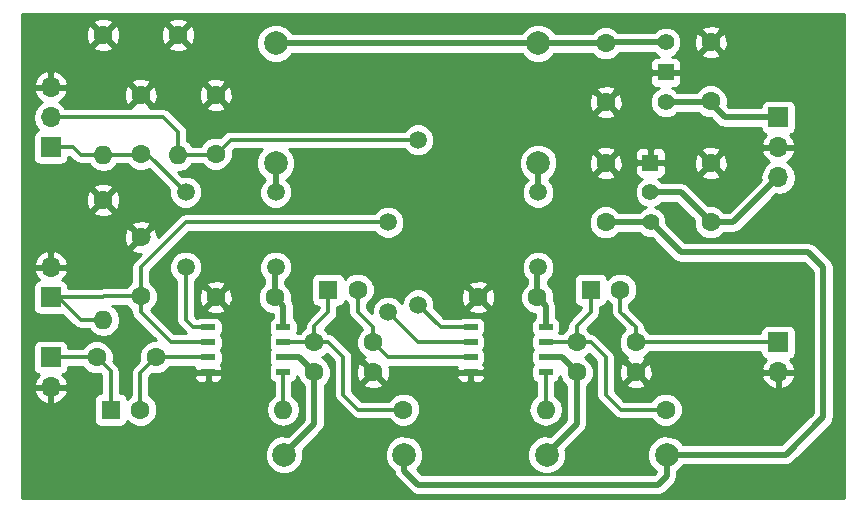
<source format=gbr>
G04 #@! TF.FileFunction,Copper,L1,Top,Signal*
%FSLAX46Y46*%
G04 Gerber Fmt 4.6, Leading zero omitted, Abs format (unit mm)*
G04 Created by KiCad (PCBNEW 4.0.6-e0-6349~53~ubuntu16.04.1) date Thu Apr 27 14:53:58 2017*
%MOMM*%
%LPD*%
G01*
G04 APERTURE LIST*
%ADD10C,0.100000*%
%ADD11C,1.998980*%
%ADD12C,1.600000*%
%ADD13O,1.600000X1.600000*%
%ADD14R,1.700000X1.700000*%
%ADD15O,1.700000X1.700000*%
%ADD16C,1.397000*%
%ADD17R,1.397000X1.397000*%
%ADD18R,1.600000X1.600000*%
%ADD19R,1.143000X0.508000*%
%ADD20C,1.500000*%
%ADD21C,0.500000*%
%ADD22C,0.300000*%
%ADD23C,0.254000*%
G04 APERTURE END LIST*
D10*
D11*
X33098740Y23495000D03*
X43258740Y23495000D03*
D12*
X17780000Y45085000D03*
D13*
X17780000Y34925000D03*
D11*
X32385000Y58341260D03*
X32385000Y48181260D03*
X54610000Y58341260D03*
X54610000Y48181260D03*
X55323740Y23495000D03*
X65483740Y23495000D03*
D14*
X74930000Y52070000D03*
D15*
X74930000Y49530000D03*
X74930000Y46990000D03*
D14*
X13335000Y36830000D03*
D15*
X13335000Y39370000D03*
D14*
X13335000Y49530000D03*
D15*
X13335000Y52070000D03*
X13335000Y54610000D03*
D14*
X13335000Y31750000D03*
D15*
X13335000Y29210000D03*
D14*
X74930000Y33020000D03*
D15*
X74930000Y30480000D03*
D12*
X69215000Y58420000D03*
X69215000Y53420000D03*
X69215000Y43180000D03*
X69215000Y48180000D03*
X60325000Y53340000D03*
X60325000Y58340000D03*
X60325000Y43180000D03*
X60325000Y48180000D03*
X22225000Y31750000D03*
X17225000Y31750000D03*
X27305000Y36830000D03*
X32305000Y36830000D03*
X40640000Y30480000D03*
X35640000Y30480000D03*
X40640000Y33020000D03*
X35640000Y33020000D03*
X49530000Y36830000D03*
X54530000Y36830000D03*
X62865000Y30480000D03*
X57865000Y30480000D03*
X62865000Y33020000D03*
X57865000Y33020000D03*
D16*
X65405000Y53340000D03*
D17*
X65405000Y55880000D03*
D16*
X65405000Y58420000D03*
X64115000Y45720000D03*
D17*
X64115000Y48220000D03*
D16*
X64135000Y43180000D03*
D18*
X18415000Y27305000D03*
D12*
X20915000Y27305000D03*
D18*
X36830000Y37465000D03*
D12*
X39330000Y37465000D03*
X20955000Y53975000D03*
X20955000Y48975000D03*
X27305000Y53975000D03*
X27305000Y48975000D03*
X20955000Y41910000D03*
X20955000Y36910000D03*
D18*
X59055000Y37465000D03*
D12*
X61555000Y37465000D03*
X43180000Y27305000D03*
D13*
X33020000Y27305000D03*
D12*
X65405000Y27305000D03*
D13*
X55245000Y27305000D03*
D12*
X17780000Y59055000D03*
D13*
X17780000Y48895000D03*
D12*
X24130000Y59055000D03*
D13*
X24130000Y48895000D03*
D19*
X55245000Y34290000D03*
X55245000Y33020000D03*
X55245000Y31750000D03*
X55245000Y30480000D03*
X48895000Y30480000D03*
X48895000Y31750000D03*
X48895000Y33020000D03*
X48895000Y34290000D03*
X33020000Y34290000D03*
X33020000Y33020000D03*
X33020000Y31750000D03*
X33020000Y30480000D03*
X26670000Y30480000D03*
X26670000Y31750000D03*
X26670000Y33020000D03*
X26670000Y34290000D03*
D20*
X32385000Y39370000D03*
X32385000Y45720000D03*
X54610000Y39370000D03*
X54610000Y45720000D03*
X24765000Y45720000D03*
X24765000Y39370000D03*
X44450000Y36195000D03*
X44450000Y50165000D03*
X41910000Y35560000D03*
X41910000Y43180000D03*
D21*
X21590000Y41910000D02*
X20955000Y41910000D01*
X32385000Y48181260D02*
X32385000Y45720000D01*
X32305000Y39290000D02*
X32305000Y36830000D01*
X32385000Y39370000D02*
X32305000Y39290000D01*
X32385000Y36910000D02*
X32305000Y36830000D01*
X33020000Y34290000D02*
X33020000Y36115000D01*
X33020000Y36115000D02*
X32305000Y36830000D01*
X33098740Y23495000D02*
X33098740Y23573740D01*
X33098740Y23573740D02*
X35640000Y26115000D01*
X35640000Y26115000D02*
X35640000Y30480000D01*
X35640000Y30480000D02*
X35640000Y30400000D01*
X33020000Y31750000D02*
X34370000Y31750000D01*
X34370000Y31750000D02*
X35560000Y30560000D01*
X54610000Y48181260D02*
X54610000Y45720000D01*
X54530000Y39290000D02*
X54530000Y36830000D01*
X54610000Y39370000D02*
X54530000Y39290000D01*
X54610000Y36910000D02*
X54530000Y36830000D01*
X55245000Y34290000D02*
X55245000Y36115000D01*
X55245000Y36115000D02*
X54530000Y36830000D01*
X55323740Y23495000D02*
X55323740Y23573740D01*
X55323740Y23573740D02*
X57865000Y26115000D01*
X57865000Y26115000D02*
X57865000Y30480000D01*
X57865000Y30480000D02*
X57865000Y30400000D01*
X55245000Y31750000D02*
X56595000Y31750000D01*
X56595000Y31750000D02*
X57785000Y30560000D01*
D22*
X62865000Y33020000D02*
X74930000Y33020000D01*
X61555000Y37465000D02*
X61555000Y35600000D01*
X62865000Y34290000D02*
X62865000Y33020000D01*
X61555000Y35600000D02*
X62865000Y34290000D01*
X57865000Y33020000D02*
X59055000Y33020000D01*
X61595000Y27305000D02*
X65405000Y27305000D01*
X60325000Y28575000D02*
X61595000Y27305000D01*
X60325000Y31750000D02*
X60325000Y28575000D01*
X59055000Y33020000D02*
X60325000Y31750000D01*
X57865000Y33020000D02*
X57865000Y34370000D01*
X59055000Y35560000D02*
X59055000Y37465000D01*
X57865000Y34370000D02*
X59055000Y35560000D01*
X55245000Y33020000D02*
X57865000Y33020000D01*
D21*
X64115000Y45720000D02*
X66675000Y45720000D01*
X66675000Y45720000D02*
X69215000Y43180000D01*
X69215000Y43180000D02*
X71120000Y43180000D01*
X71120000Y43180000D02*
X74930000Y46990000D01*
X65405000Y53340000D02*
X69135000Y53340000D01*
X69135000Y53340000D02*
X70405000Y52070000D01*
X70405000Y52070000D02*
X74930000Y52070000D01*
D22*
X33020000Y30480000D02*
X33020000Y27305000D01*
X55245000Y30480000D02*
X55245000Y27305000D01*
D21*
X54610000Y58341260D02*
X60323740Y58341260D01*
X60323740Y58341260D02*
X60402480Y58420000D01*
X60402480Y58420000D02*
X65405000Y58420000D01*
X32385000Y58341260D02*
X54610000Y58341260D01*
X54610000Y58341260D02*
X54688740Y58420000D01*
X60325000Y43180000D02*
X64135000Y43180000D01*
X64135000Y43180000D02*
X66675000Y40640000D01*
X66675000Y40640000D02*
X77470000Y40640000D01*
X77470000Y40640000D02*
X78740000Y39370000D01*
X78740000Y39370000D02*
X78740000Y26670000D01*
X78740000Y26670000D02*
X75565000Y23495000D01*
X75565000Y23495000D02*
X65483740Y23495000D01*
X43258740Y23495000D02*
X43258740Y22146260D01*
X65483740Y21668740D02*
X65483740Y23495000D01*
X64770000Y20955000D02*
X65483740Y21668740D01*
X44450000Y20955000D02*
X64770000Y20955000D01*
X43258740Y22146260D02*
X44450000Y20955000D01*
D22*
X26670000Y31750000D02*
X24765000Y31750000D01*
X24765000Y31750000D02*
X22225000Y31750000D01*
X20915000Y27305000D02*
X20915000Y30440000D01*
X20915000Y30440000D02*
X22225000Y31750000D01*
X13335000Y31750000D02*
X17225000Y31750000D01*
X17225000Y31750000D02*
X18415000Y30560000D01*
X18415000Y30560000D02*
X18415000Y27305000D01*
X48895000Y31750000D02*
X41910000Y31750000D01*
X41910000Y31750000D02*
X40640000Y33020000D01*
X39330000Y37465000D02*
X39330000Y35600000D01*
X40640000Y34290000D02*
X40640000Y33020000D01*
X39330000Y35600000D02*
X40640000Y34290000D01*
X35640000Y33020000D02*
X36830000Y33020000D01*
X39370000Y27305000D02*
X43180000Y27305000D01*
X38100000Y28575000D02*
X39370000Y27305000D01*
X38100000Y31750000D02*
X38100000Y28575000D01*
X36830000Y33020000D02*
X38100000Y31750000D01*
X35640000Y33020000D02*
X35640000Y34370000D01*
X36830000Y35560000D02*
X36830000Y37465000D01*
X35640000Y34370000D02*
X36830000Y35560000D01*
X33020000Y33020000D02*
X35640000Y33020000D01*
X17780000Y48895000D02*
X20875000Y48895000D01*
X20875000Y48895000D02*
X20955000Y48975000D01*
X26670000Y34290000D02*
X25400000Y34290000D01*
X24765000Y45720000D02*
X21510000Y48975000D01*
X24765000Y34925000D02*
X24765000Y39370000D01*
X25400000Y34290000D02*
X24765000Y34925000D01*
X21510000Y48975000D02*
X20955000Y48975000D01*
X13335000Y49530000D02*
X15240000Y49530000D01*
X15875000Y48895000D02*
X20875000Y48895000D01*
X15240000Y49530000D02*
X15875000Y48895000D01*
X20875000Y48895000D02*
X20955000Y48975000D01*
X27305000Y48975000D02*
X27385000Y48975000D01*
X27385000Y48975000D02*
X28575000Y50165000D01*
X46355000Y34290000D02*
X48895000Y34290000D01*
X44450000Y36195000D02*
X46355000Y34290000D01*
X28575000Y50165000D02*
X44450000Y50165000D01*
X24130000Y48895000D02*
X27225000Y48895000D01*
X27225000Y48895000D02*
X27305000Y48975000D01*
X13335000Y52070000D02*
X22860000Y52070000D01*
X24130000Y50800000D02*
X24130000Y48895000D01*
X22860000Y52070000D02*
X24130000Y50800000D01*
X24130000Y48895000D02*
X24210000Y48975000D01*
X20955000Y36910000D02*
X20955000Y39370000D01*
X44450000Y33020000D02*
X48895000Y33020000D01*
X41910000Y35560000D02*
X44450000Y33020000D01*
X24765000Y43180000D02*
X41910000Y43180000D01*
X20955000Y39370000D02*
X24765000Y43180000D01*
X26670000Y33020000D02*
X24765000Y33020000D01*
X23495000Y33020000D02*
X20955000Y35560000D01*
X20955000Y35560000D02*
X20955000Y36910000D01*
X24765000Y33020000D02*
X23495000Y33020000D01*
X13335000Y36830000D02*
X13970000Y36830000D01*
X13970000Y36830000D02*
X15875000Y34925000D01*
X15875000Y34925000D02*
X17780000Y34925000D01*
X13335000Y36830000D02*
X17780000Y36830000D01*
X17780000Y36830000D02*
X17860000Y36910000D01*
X17860000Y36910000D02*
X20875000Y36910000D01*
D23*
G36*
X80518000Y19812000D02*
X10922000Y19812000D01*
X10922000Y28853110D01*
X11893524Y28853110D01*
X12063355Y28443076D01*
X12453642Y28014817D01*
X12978108Y27768514D01*
X13208000Y27889181D01*
X13208000Y29083000D01*
X13462000Y29083000D01*
X13462000Y27889181D01*
X13691892Y27768514D01*
X14216358Y28014817D01*
X14606645Y28443076D01*
X14776476Y28853110D01*
X14655155Y29083000D01*
X13462000Y29083000D01*
X13208000Y29083000D01*
X12014845Y29083000D01*
X11893524Y28853110D01*
X10922000Y28853110D01*
X10922000Y37680000D01*
X11837560Y37680000D01*
X11837560Y35980000D01*
X11881838Y35744683D01*
X12020910Y35528559D01*
X12233110Y35383569D01*
X12485000Y35332560D01*
X14185000Y35332560D01*
X14329999Y35359843D01*
X15319921Y34369921D01*
X15574594Y34199755D01*
X15875000Y34140000D01*
X16593038Y34140000D01*
X16765302Y33882189D01*
X17230849Y33571120D01*
X17780000Y33461887D01*
X18329151Y33571120D01*
X18794698Y33882189D01*
X19105767Y34347736D01*
X19215000Y34896887D01*
X19215000Y34953113D01*
X19105767Y35502264D01*
X18794698Y35967811D01*
X18559448Y36125000D01*
X19726683Y36125000D01*
X19737757Y36098200D01*
X20141077Y35694176D01*
X20170000Y35682166D01*
X20170000Y35560000D01*
X20229755Y35259593D01*
X20399921Y35004921D01*
X22219837Y33185005D01*
X21940813Y33185248D01*
X21413200Y32967243D01*
X21009176Y32563923D01*
X20790250Y32036691D01*
X20789752Y31465813D01*
X20801711Y31436869D01*
X20359921Y30995079D01*
X20189755Y30740407D01*
X20171396Y30648110D01*
X20130000Y30440000D01*
X20130000Y28533317D01*
X20103200Y28522243D01*
X19834417Y28253928D01*
X19818162Y28340317D01*
X19679090Y28556441D01*
X19466890Y28701431D01*
X19215000Y28752440D01*
X19200000Y28752440D01*
X19200000Y30560000D01*
X19164115Y30740406D01*
X19140245Y30860407D01*
X18970079Y31115079D01*
X18648630Y31436528D01*
X18659750Y31463309D01*
X18660248Y32034187D01*
X18442243Y32561800D01*
X18038923Y32965824D01*
X17511691Y33184750D01*
X16940813Y33185248D01*
X16413200Y32967243D01*
X16009176Y32563923D01*
X15997166Y32535000D01*
X14832440Y32535000D01*
X14832440Y32600000D01*
X14788162Y32835317D01*
X14649090Y33051441D01*
X14436890Y33196431D01*
X14185000Y33247440D01*
X12485000Y33247440D01*
X12249683Y33203162D01*
X12033559Y33064090D01*
X11888569Y32851890D01*
X11837560Y32600000D01*
X11837560Y30900000D01*
X11881838Y30664683D01*
X12020910Y30448559D01*
X12233110Y30303569D01*
X12341107Y30281699D01*
X12063355Y29976924D01*
X11893524Y29566890D01*
X12014845Y29337000D01*
X13208000Y29337000D01*
X13208000Y29357000D01*
X13462000Y29357000D01*
X13462000Y29337000D01*
X14655155Y29337000D01*
X14776476Y29566890D01*
X14606645Y29976924D01*
X14330499Y30279937D01*
X14420317Y30296838D01*
X14636441Y30435910D01*
X14781431Y30648110D01*
X14832440Y30900000D01*
X14832440Y30965000D01*
X15996683Y30965000D01*
X16007757Y30938200D01*
X16411077Y30534176D01*
X16938309Y30315250D01*
X17509187Y30314752D01*
X17538131Y30326711D01*
X17630000Y30234842D01*
X17630000Y28752440D01*
X17615000Y28752440D01*
X17379683Y28708162D01*
X17163559Y28569090D01*
X17018569Y28356890D01*
X16967560Y28105000D01*
X16967560Y26505000D01*
X17011838Y26269683D01*
X17150910Y26053559D01*
X17363110Y25908569D01*
X17615000Y25857560D01*
X19215000Y25857560D01*
X19450317Y25901838D01*
X19666441Y26040910D01*
X19811431Y26253110D01*
X19832680Y26358041D01*
X20101077Y26089176D01*
X20628309Y25870250D01*
X21199187Y25869752D01*
X21726800Y26087757D01*
X22130824Y26491077D01*
X22349750Y27018309D01*
X22350248Y27589187D01*
X22132243Y28116800D01*
X21728923Y28520824D01*
X21700000Y28532834D01*
X21700000Y30114842D01*
X21779408Y30194250D01*
X25463500Y30194250D01*
X25463500Y30099691D01*
X25560173Y29866302D01*
X25738801Y29687673D01*
X25972190Y29591000D01*
X26384250Y29591000D01*
X26543000Y29749750D01*
X26543000Y30353000D01*
X26797000Y30353000D01*
X26797000Y29749750D01*
X26955750Y29591000D01*
X27367810Y29591000D01*
X27601199Y29687673D01*
X27779827Y29866302D01*
X27876500Y30099691D01*
X27876500Y30194250D01*
X27717750Y30353000D01*
X26797000Y30353000D01*
X26543000Y30353000D01*
X25622250Y30353000D01*
X25463500Y30194250D01*
X21779408Y30194250D01*
X21911528Y30326370D01*
X21938309Y30315250D01*
X22509187Y30314752D01*
X23036800Y30532757D01*
X23440824Y30936077D01*
X23452834Y30965000D01*
X25506864Y30965000D01*
X25463500Y30860309D01*
X25463500Y30765750D01*
X25622250Y30607000D01*
X26543000Y30607000D01*
X26543000Y30627000D01*
X26797000Y30627000D01*
X26797000Y30607000D01*
X27717750Y30607000D01*
X27876500Y30765750D01*
X27876500Y30860309D01*
X27779827Y31093698D01*
X27753291Y31120235D01*
X27837931Y31244110D01*
X27888940Y31496000D01*
X27888940Y32004000D01*
X27844662Y32239317D01*
X27750334Y32385907D01*
X27837931Y32514110D01*
X27888940Y32766000D01*
X27888940Y33274000D01*
X27844662Y33509317D01*
X27750334Y33655907D01*
X27837931Y33784110D01*
X27888940Y34036000D01*
X27888940Y34544000D01*
X27844662Y34779317D01*
X27705590Y34995441D01*
X27493390Y35140431D01*
X27241500Y35191440D01*
X26098500Y35191440D01*
X25863183Y35147162D01*
X25751040Y35075000D01*
X25725158Y35075000D01*
X25550000Y35250158D01*
X25550000Y35822255D01*
X26476861Y35822255D01*
X26550995Y35576136D01*
X27088223Y35383035D01*
X27658454Y35410222D01*
X28059005Y35576136D01*
X28133139Y35822255D01*
X27305000Y36650395D01*
X26476861Y35822255D01*
X25550000Y35822255D01*
X25550000Y37046777D01*
X25858035Y37046777D01*
X25885222Y36476546D01*
X26051136Y36075995D01*
X26297255Y36001861D01*
X27125395Y36830000D01*
X27484605Y36830000D01*
X28312745Y36001861D01*
X28558864Y36075995D01*
X28727735Y36545813D01*
X30869752Y36545813D01*
X31087757Y36018200D01*
X31491077Y35614176D01*
X32018309Y35395250D01*
X32135000Y35395148D01*
X32135000Y35096853D01*
X31997059Y35008090D01*
X31852069Y34795890D01*
X31801060Y34544000D01*
X31801060Y34036000D01*
X31845338Y33800683D01*
X31939666Y33654093D01*
X31852069Y33525890D01*
X31801060Y33274000D01*
X31801060Y32766000D01*
X31845338Y32530683D01*
X31939666Y32384093D01*
X31852069Y32255890D01*
X31801060Y32004000D01*
X31801060Y31496000D01*
X31845338Y31260683D01*
X31939666Y31114093D01*
X31852069Y30985890D01*
X31801060Y30734000D01*
X31801060Y30226000D01*
X31845338Y29990683D01*
X31984410Y29774559D01*
X32196610Y29629569D01*
X32235000Y29621795D01*
X32235000Y28491962D01*
X31977189Y28319698D01*
X31666120Y27854151D01*
X31556887Y27305000D01*
X31666120Y26755849D01*
X31977189Y26290302D01*
X32442736Y25979233D01*
X32991887Y25870000D01*
X33048113Y25870000D01*
X33597264Y25979233D01*
X34062811Y26290302D01*
X34373880Y26755849D01*
X34483113Y27305000D01*
X34373880Y27854151D01*
X34062811Y28319698D01*
X33805000Y28491962D01*
X33805000Y29618733D01*
X33826817Y29622838D01*
X34042941Y29761910D01*
X34187931Y29974110D01*
X34223593Y30150214D01*
X34422757Y29668200D01*
X34755000Y29335377D01*
X34755000Y26481579D01*
X33402646Y25129226D01*
X32775046Y25129774D01*
X32174085Y24881462D01*
X31713894Y24422073D01*
X31464534Y23821547D01*
X31463966Y23171306D01*
X31712278Y22570345D01*
X32171667Y22110154D01*
X32772193Y21860794D01*
X33422434Y21860226D01*
X34023395Y22108538D01*
X34483586Y22567927D01*
X34732946Y23168453D01*
X34732948Y23171306D01*
X41623966Y23171306D01*
X41872278Y22570345D01*
X42331667Y22110154D01*
X42385357Y22087860D01*
X42441107Y21807585D01*
X42533880Y21668740D01*
X42632950Y21520470D01*
X43824208Y20329213D01*
X43824210Y20329210D01*
X44111325Y20137367D01*
X44167516Y20126190D01*
X44450000Y20069999D01*
X44450005Y20070000D01*
X64769995Y20070000D01*
X64770000Y20069999D01*
X65052484Y20126190D01*
X65108675Y20137367D01*
X65395790Y20329210D01*
X65395791Y20329211D01*
X66109527Y21042948D01*
X66109530Y21042950D01*
X66301373Y21330065D01*
X66312550Y21386256D01*
X66368741Y21668740D01*
X66368740Y21668745D01*
X66368740Y22092153D01*
X66408395Y22108538D01*
X66868586Y22567927D01*
X66886056Y22610000D01*
X75564995Y22610000D01*
X75565000Y22609999D01*
X75847484Y22666190D01*
X75903675Y22677367D01*
X76190790Y22869210D01*
X79365787Y26044208D01*
X79365790Y26044210D01*
X79557633Y26331325D01*
X79589832Y26493200D01*
X79625001Y26670000D01*
X79625000Y26670005D01*
X79625000Y39369995D01*
X79625001Y39370000D01*
X79557633Y39708675D01*
X79526680Y39755000D01*
X79365790Y39995790D01*
X79365787Y39995792D01*
X78095790Y41265790D01*
X77808675Y41457633D01*
X77752484Y41468810D01*
X77470000Y41525001D01*
X77469995Y41525000D01*
X67041579Y41525000D01*
X65468429Y43098151D01*
X65468731Y43444086D01*
X65266146Y43934380D01*
X64891353Y44309827D01*
X64543578Y44454236D01*
X64869380Y44588854D01*
X65115956Y44835000D01*
X66308420Y44835000D01*
X67780160Y43363261D01*
X67779752Y42895813D01*
X67997757Y42368200D01*
X68401077Y41964176D01*
X68928309Y41745250D01*
X69499187Y41744752D01*
X70026800Y41962757D01*
X70359623Y42295000D01*
X71119995Y42295000D01*
X71120000Y42294999D01*
X71402484Y42351190D01*
X71458675Y42362367D01*
X71745790Y42554210D01*
X71745791Y42554211D01*
X74730479Y45538900D01*
X74900907Y45505000D01*
X74959093Y45505000D01*
X75527378Y45618039D01*
X76009147Y45939946D01*
X76331054Y46421715D01*
X76444093Y46990000D01*
X76331054Y47558285D01*
X76009147Y48040054D01*
X75668447Y48267702D01*
X75811358Y48334817D01*
X76201645Y48763076D01*
X76371476Y49173110D01*
X76250155Y49403000D01*
X75057000Y49403000D01*
X75057000Y49383000D01*
X74803000Y49383000D01*
X74803000Y49403000D01*
X73609845Y49403000D01*
X73488524Y49173110D01*
X73658355Y48763076D01*
X74048642Y48334817D01*
X74191553Y48267702D01*
X73850853Y48040054D01*
X73528946Y47558285D01*
X73415907Y46990000D01*
X73459461Y46771040D01*
X70753420Y44065000D01*
X70359171Y44065000D01*
X70028923Y44395824D01*
X69501691Y44614750D01*
X69031419Y44615160D01*
X67300790Y46345790D01*
X67273221Y46364211D01*
X67013675Y46537633D01*
X66957484Y46548810D01*
X66675000Y46605001D01*
X66674995Y46605000D01*
X65115754Y46605000D01*
X64871353Y46849827D01*
X64783035Y46886500D01*
X64939810Y46886500D01*
X65173199Y46983173D01*
X65351827Y47161802D01*
X65356156Y47172255D01*
X68386861Y47172255D01*
X68460995Y46926136D01*
X68998223Y46733035D01*
X69568454Y46760222D01*
X69969005Y46926136D01*
X70043139Y47172255D01*
X69215000Y48000395D01*
X68386861Y47172255D01*
X65356156Y47172255D01*
X65448500Y47395191D01*
X65448500Y47934250D01*
X65289750Y48093000D01*
X64242000Y48093000D01*
X64242000Y48073000D01*
X63988000Y48073000D01*
X63988000Y48093000D01*
X62940250Y48093000D01*
X62781500Y47934250D01*
X62781500Y47395191D01*
X62878173Y47161802D01*
X63056801Y46983173D01*
X63290190Y46886500D01*
X63446183Y46886500D01*
X63360620Y46851146D01*
X62985173Y46476353D01*
X62781732Y45986413D01*
X62781269Y45455914D01*
X62983854Y44965620D01*
X63358647Y44590173D01*
X63706422Y44445764D01*
X63380620Y44311146D01*
X63134044Y44065000D01*
X61469171Y44065000D01*
X61138923Y44395824D01*
X60611691Y44614750D01*
X60040813Y44615248D01*
X59513200Y44397243D01*
X59109176Y43993923D01*
X58890250Y43466691D01*
X58889752Y42895813D01*
X59107757Y42368200D01*
X59511077Y41964176D01*
X60038309Y41745250D01*
X60609187Y41744752D01*
X61136800Y41962757D01*
X61469623Y42295000D01*
X63134246Y42295000D01*
X63378647Y42050173D01*
X63868587Y41846732D01*
X64216992Y41846428D01*
X66049208Y40014213D01*
X66049210Y40014210D01*
X66336325Y39822367D01*
X66675000Y39755000D01*
X77103420Y39755000D01*
X77855000Y39003421D01*
X77855000Y27036579D01*
X75198420Y24380000D01*
X66886587Y24380000D01*
X66870202Y24419655D01*
X66410813Y24879846D01*
X65810287Y25129206D01*
X65160046Y25129774D01*
X64559085Y24881462D01*
X64098894Y24422073D01*
X63849534Y23821547D01*
X63848966Y23171306D01*
X64097278Y22570345D01*
X64556667Y22110154D01*
X64598740Y22092684D01*
X64598740Y22035319D01*
X64403420Y21840000D01*
X44816579Y21840000D01*
X44365877Y22290702D01*
X44643586Y22567927D01*
X44892946Y23168453D01*
X44893514Y23818694D01*
X44645202Y24419655D01*
X44185813Y24879846D01*
X43585287Y25129206D01*
X42935046Y25129774D01*
X42334085Y24881462D01*
X41873894Y24422073D01*
X41624534Y23821547D01*
X41623966Y23171306D01*
X34732948Y23171306D01*
X34733514Y23818694D01*
X34693095Y23916515D01*
X36265787Y25489208D01*
X36265790Y25489210D01*
X36457633Y25776325D01*
X36525000Y26115000D01*
X36525000Y29335829D01*
X36855824Y29666077D01*
X37074750Y30193309D01*
X37075248Y30764187D01*
X36857243Y31291800D01*
X36453923Y31695824D01*
X36323785Y31749862D01*
X36451800Y31802757D01*
X36694654Y32045188D01*
X37315000Y31424842D01*
X37315000Y28575000D01*
X37374755Y28274593D01*
X37544921Y28019921D01*
X38814921Y26749921D01*
X39069593Y26579755D01*
X39370000Y26520000D01*
X41951683Y26520000D01*
X41962757Y26493200D01*
X42366077Y26089176D01*
X42893309Y25870250D01*
X43464187Y25869752D01*
X43991800Y26087757D01*
X44395824Y26491077D01*
X44614750Y27018309D01*
X44615248Y27589187D01*
X44397243Y28116800D01*
X43993923Y28520824D01*
X43466691Y28739750D01*
X42895813Y28740248D01*
X42368200Y28522243D01*
X41964176Y28118923D01*
X41952166Y28090000D01*
X39695158Y28090000D01*
X38885000Y28900158D01*
X38885000Y29472255D01*
X39811861Y29472255D01*
X39885995Y29226136D01*
X40423223Y29033035D01*
X40993454Y29060222D01*
X41394005Y29226136D01*
X41468139Y29472255D01*
X40640000Y30300395D01*
X39811861Y29472255D01*
X38885000Y29472255D01*
X38885000Y30696777D01*
X39193035Y30696777D01*
X39220222Y30126546D01*
X39386136Y29725995D01*
X39632255Y29651861D01*
X40460395Y30480000D01*
X39632255Y31308139D01*
X39386136Y31234005D01*
X39193035Y30696777D01*
X38885000Y30696777D01*
X38885000Y31750000D01*
X38825245Y32050406D01*
X38825245Y32050407D01*
X38655079Y32305079D01*
X37385079Y33575079D01*
X37130407Y33745245D01*
X36871748Y33796696D01*
X36857243Y33831800D01*
X36534882Y34154724D01*
X37385079Y35004921D01*
X37555245Y35259593D01*
X37615000Y35560000D01*
X37615000Y36017560D01*
X37630000Y36017560D01*
X37865317Y36061838D01*
X38081441Y36200910D01*
X38226431Y36413110D01*
X38247680Y36518041D01*
X38516077Y36249176D01*
X38545000Y36237166D01*
X38545000Y35600000D01*
X38604755Y35299593D01*
X38774921Y35044921D01*
X39705292Y34114550D01*
X39424176Y33833923D01*
X39205250Y33306691D01*
X39204752Y32735813D01*
X39422757Y32208200D01*
X39826077Y31804176D01*
X39940768Y31756552D01*
X39885995Y31733864D01*
X39811861Y31487745D01*
X40640000Y30659605D01*
X40654142Y30673748D01*
X40833748Y30494142D01*
X40819605Y30480000D01*
X41647745Y29651861D01*
X41893864Y29725995D01*
X42062173Y30194250D01*
X47688500Y30194250D01*
X47688500Y30099691D01*
X47785173Y29866302D01*
X47963801Y29687673D01*
X48197190Y29591000D01*
X48609250Y29591000D01*
X48768000Y29749750D01*
X48768000Y30353000D01*
X49022000Y30353000D01*
X49022000Y29749750D01*
X49180750Y29591000D01*
X49592810Y29591000D01*
X49826199Y29687673D01*
X50004827Y29866302D01*
X50101500Y30099691D01*
X50101500Y30194250D01*
X49942750Y30353000D01*
X49022000Y30353000D01*
X48768000Y30353000D01*
X47847250Y30353000D01*
X47688500Y30194250D01*
X42062173Y30194250D01*
X42086965Y30263223D01*
X42059778Y30833454D01*
X42005290Y30965000D01*
X47731864Y30965000D01*
X47688500Y30860309D01*
X47688500Y30765750D01*
X47847250Y30607000D01*
X48768000Y30607000D01*
X48768000Y30627000D01*
X49022000Y30627000D01*
X49022000Y30607000D01*
X49942750Y30607000D01*
X50101500Y30765750D01*
X50101500Y30860309D01*
X50004827Y31093698D01*
X49978291Y31120235D01*
X50062931Y31244110D01*
X50113940Y31496000D01*
X50113940Y32004000D01*
X50069662Y32239317D01*
X49975334Y32385907D01*
X50062931Y32514110D01*
X50113940Y32766000D01*
X50113940Y33274000D01*
X50069662Y33509317D01*
X49975334Y33655907D01*
X50062931Y33784110D01*
X50113940Y34036000D01*
X50113940Y34544000D01*
X50069662Y34779317D01*
X49930590Y34995441D01*
X49718390Y35140431D01*
X49466500Y35191440D01*
X48323500Y35191440D01*
X48088183Y35147162D01*
X47976040Y35075000D01*
X46680158Y35075000D01*
X45932903Y35822255D01*
X48701861Y35822255D01*
X48775995Y35576136D01*
X49313223Y35383035D01*
X49883454Y35410222D01*
X50284005Y35576136D01*
X50358139Y35822255D01*
X49530000Y36650395D01*
X48701861Y35822255D01*
X45932903Y35822255D01*
X45834761Y35920397D01*
X45835240Y36469285D01*
X45624831Y36978515D01*
X45556688Y37046777D01*
X48083035Y37046777D01*
X48110222Y36476546D01*
X48276136Y36075995D01*
X48522255Y36001861D01*
X49350395Y36830000D01*
X49709605Y36830000D01*
X50537745Y36001861D01*
X50783864Y36075995D01*
X50952735Y36545813D01*
X53094752Y36545813D01*
X53312757Y36018200D01*
X53716077Y35614176D01*
X54243309Y35395250D01*
X54360000Y35395148D01*
X54360000Y35096853D01*
X54222059Y35008090D01*
X54077069Y34795890D01*
X54026060Y34544000D01*
X54026060Y34036000D01*
X54070338Y33800683D01*
X54164666Y33654093D01*
X54077069Y33525890D01*
X54026060Y33274000D01*
X54026060Y32766000D01*
X54070338Y32530683D01*
X54164666Y32384093D01*
X54077069Y32255890D01*
X54026060Y32004000D01*
X54026060Y31496000D01*
X54070338Y31260683D01*
X54164666Y31114093D01*
X54077069Y30985890D01*
X54026060Y30734000D01*
X54026060Y30226000D01*
X54070338Y29990683D01*
X54209410Y29774559D01*
X54421610Y29629569D01*
X54460000Y29621795D01*
X54460000Y28491962D01*
X54202189Y28319698D01*
X53891120Y27854151D01*
X53781887Y27305000D01*
X53891120Y26755849D01*
X54202189Y26290302D01*
X54667736Y25979233D01*
X55216887Y25870000D01*
X55273113Y25870000D01*
X55822264Y25979233D01*
X56287811Y26290302D01*
X56598880Y26755849D01*
X56708113Y27305000D01*
X56598880Y27854151D01*
X56287811Y28319698D01*
X56030000Y28491962D01*
X56030000Y29618733D01*
X56051817Y29622838D01*
X56267941Y29761910D01*
X56412931Y29974110D01*
X56448593Y30150214D01*
X56647757Y29668200D01*
X56980000Y29335377D01*
X56980000Y26481579D01*
X55627646Y25129226D01*
X55000046Y25129774D01*
X54399085Y24881462D01*
X53938894Y24422073D01*
X53689534Y23821547D01*
X53688966Y23171306D01*
X53937278Y22570345D01*
X54396667Y22110154D01*
X54997193Y21860794D01*
X55647434Y21860226D01*
X56248395Y22108538D01*
X56708586Y22567927D01*
X56957946Y23168453D01*
X56958514Y23818694D01*
X56918095Y23916515D01*
X58490787Y25489208D01*
X58490790Y25489210D01*
X58682633Y25776325D01*
X58750000Y26115000D01*
X58750000Y29335829D01*
X59080824Y29666077D01*
X59299750Y30193309D01*
X59300248Y30764187D01*
X59082243Y31291800D01*
X58678923Y31695824D01*
X58548785Y31749862D01*
X58676800Y31802757D01*
X58919654Y32045188D01*
X59540000Y31424842D01*
X59540000Y28575000D01*
X59599755Y28274593D01*
X59769921Y28019921D01*
X61039921Y26749921D01*
X61294593Y26579755D01*
X61595000Y26520000D01*
X64176683Y26520000D01*
X64187757Y26493200D01*
X64591077Y26089176D01*
X65118309Y25870250D01*
X65689187Y25869752D01*
X66216800Y26087757D01*
X66620824Y26491077D01*
X66839750Y27018309D01*
X66840248Y27589187D01*
X66622243Y28116800D01*
X66218923Y28520824D01*
X65691691Y28739750D01*
X65120813Y28740248D01*
X64593200Y28522243D01*
X64189176Y28118923D01*
X64177166Y28090000D01*
X61920158Y28090000D01*
X61110000Y28900158D01*
X61110000Y29472255D01*
X62036861Y29472255D01*
X62110995Y29226136D01*
X62648223Y29033035D01*
X63218454Y29060222D01*
X63619005Y29226136D01*
X63693139Y29472255D01*
X62865000Y30300395D01*
X62036861Y29472255D01*
X61110000Y29472255D01*
X61110000Y30696777D01*
X61418035Y30696777D01*
X61445222Y30126546D01*
X61611136Y29725995D01*
X61857255Y29651861D01*
X62685395Y30480000D01*
X63044605Y30480000D01*
X63872745Y29651861D01*
X64118864Y29725995D01*
X64261602Y30123110D01*
X73488524Y30123110D01*
X73658355Y29713076D01*
X74048642Y29284817D01*
X74573108Y29038514D01*
X74803000Y29159181D01*
X74803000Y30353000D01*
X75057000Y30353000D01*
X75057000Y29159181D01*
X75286892Y29038514D01*
X75811358Y29284817D01*
X76201645Y29713076D01*
X76371476Y30123110D01*
X76250155Y30353000D01*
X75057000Y30353000D01*
X74803000Y30353000D01*
X73609845Y30353000D01*
X73488524Y30123110D01*
X64261602Y30123110D01*
X64311965Y30263223D01*
X64284778Y30833454D01*
X64118864Y31234005D01*
X63872745Y31308139D01*
X63044605Y30480000D01*
X62685395Y30480000D01*
X61857255Y31308139D01*
X61611136Y31234005D01*
X61418035Y30696777D01*
X61110000Y30696777D01*
X61110000Y31750000D01*
X61050245Y32050406D01*
X61050245Y32050407D01*
X60880079Y32305079D01*
X59610079Y33575079D01*
X59355407Y33745245D01*
X59096748Y33796696D01*
X59082243Y33831800D01*
X58759882Y34154724D01*
X59610079Y35004921D01*
X59780245Y35259593D01*
X59840000Y35560000D01*
X59840000Y36017560D01*
X59855000Y36017560D01*
X60090317Y36061838D01*
X60306441Y36200910D01*
X60451431Y36413110D01*
X60472680Y36518041D01*
X60741077Y36249176D01*
X60770000Y36237166D01*
X60770000Y35600000D01*
X60829755Y35299593D01*
X60999921Y35044921D01*
X61930292Y34114550D01*
X61649176Y33833923D01*
X61430250Y33306691D01*
X61429752Y32735813D01*
X61647757Y32208200D01*
X62051077Y31804176D01*
X62165768Y31756552D01*
X62110995Y31733864D01*
X62036861Y31487745D01*
X62865000Y30659605D01*
X63693139Y31487745D01*
X63619005Y31733864D01*
X63560746Y31754805D01*
X63676800Y31802757D01*
X64080824Y32206077D01*
X64092834Y32235000D01*
X73432560Y32235000D01*
X73432560Y32170000D01*
X73476838Y31934683D01*
X73615910Y31718559D01*
X73828110Y31573569D01*
X73936107Y31551699D01*
X73658355Y31246924D01*
X73488524Y30836890D01*
X73609845Y30607000D01*
X74803000Y30607000D01*
X74803000Y30627000D01*
X75057000Y30627000D01*
X75057000Y30607000D01*
X76250155Y30607000D01*
X76371476Y30836890D01*
X76201645Y31246924D01*
X75925499Y31549937D01*
X76015317Y31566838D01*
X76231441Y31705910D01*
X76376431Y31918110D01*
X76427440Y32170000D01*
X76427440Y33870000D01*
X76383162Y34105317D01*
X76244090Y34321441D01*
X76031890Y34466431D01*
X75780000Y34517440D01*
X74080000Y34517440D01*
X73844683Y34473162D01*
X73628559Y34334090D01*
X73483569Y34121890D01*
X73432560Y33870000D01*
X73432560Y33805000D01*
X64093317Y33805000D01*
X64082243Y33831800D01*
X63678923Y34235824D01*
X63650000Y34247834D01*
X63650000Y34290000D01*
X63590245Y34590406D01*
X63420079Y34845079D01*
X62340000Y35925158D01*
X62340000Y36236683D01*
X62366800Y36247757D01*
X62770824Y36651077D01*
X62989750Y37178309D01*
X62990248Y37749187D01*
X62772243Y38276800D01*
X62368923Y38680824D01*
X61841691Y38899750D01*
X61270813Y38900248D01*
X60743200Y38682243D01*
X60474417Y38413928D01*
X60458162Y38500317D01*
X60319090Y38716441D01*
X60106890Y38861431D01*
X59855000Y38912440D01*
X58255000Y38912440D01*
X58019683Y38868162D01*
X57803559Y38729090D01*
X57658569Y38516890D01*
X57607560Y38265000D01*
X57607560Y36665000D01*
X57651838Y36429683D01*
X57790910Y36213559D01*
X58003110Y36068569D01*
X58255000Y36017560D01*
X58270000Y36017560D01*
X58270000Y35885158D01*
X57309921Y34925079D01*
X57139755Y34670407D01*
X57139755Y34670406D01*
X57080000Y34370000D01*
X57080000Y34248317D01*
X57053200Y34237243D01*
X56649176Y33833923D01*
X56637166Y33805000D01*
X56417161Y33805000D01*
X56463940Y34036000D01*
X56463940Y34544000D01*
X56419662Y34779317D01*
X56280590Y34995441D01*
X56130000Y35098335D01*
X56130000Y36114995D01*
X56130001Y36115000D01*
X56062633Y36453674D01*
X56062633Y36453675D01*
X55964800Y36600094D01*
X55965248Y37114187D01*
X55747243Y37641800D01*
X55415000Y37974623D01*
X55415000Y38216617D01*
X55783461Y38584436D01*
X55994759Y39093298D01*
X55995240Y39644285D01*
X55784831Y40153515D01*
X55395564Y40543461D01*
X54886702Y40754759D01*
X54335715Y40755240D01*
X53826485Y40544831D01*
X53436539Y40155564D01*
X53225241Y39646702D01*
X53224760Y39095715D01*
X53435169Y38586485D01*
X53645000Y38376288D01*
X53645000Y37974171D01*
X53314176Y37643923D01*
X53095250Y37116691D01*
X53094752Y36545813D01*
X50952735Y36545813D01*
X50976965Y36613223D01*
X50949778Y37183454D01*
X50783864Y37584005D01*
X50537745Y37658139D01*
X49709605Y36830000D01*
X49350395Y36830000D01*
X48522255Y37658139D01*
X48276136Y37584005D01*
X48083035Y37046777D01*
X45556688Y37046777D01*
X45235564Y37368461D01*
X44726702Y37579759D01*
X44175715Y37580240D01*
X43666485Y37369831D01*
X43276539Y36980564D01*
X43065241Y36471702D01*
X43065146Y36363234D01*
X42695564Y36733461D01*
X42186702Y36944759D01*
X41635715Y36945240D01*
X41126485Y36734831D01*
X40736539Y36345564D01*
X40525241Y35836702D01*
X40524960Y35515198D01*
X40115000Y35925158D01*
X40115000Y36236683D01*
X40141800Y36247757D01*
X40545824Y36651077D01*
X40764750Y37178309D01*
X40765248Y37749187D01*
X40728657Y37837745D01*
X48701861Y37837745D01*
X49530000Y37009605D01*
X50358139Y37837745D01*
X50284005Y38083864D01*
X49746777Y38276965D01*
X49176546Y38249778D01*
X48775995Y38083864D01*
X48701861Y37837745D01*
X40728657Y37837745D01*
X40547243Y38276800D01*
X40143923Y38680824D01*
X39616691Y38899750D01*
X39045813Y38900248D01*
X38518200Y38682243D01*
X38249417Y38413928D01*
X38233162Y38500317D01*
X38094090Y38716441D01*
X37881890Y38861431D01*
X37630000Y38912440D01*
X36030000Y38912440D01*
X35794683Y38868162D01*
X35578559Y38729090D01*
X35433569Y38516890D01*
X35382560Y38265000D01*
X35382560Y36665000D01*
X35426838Y36429683D01*
X35565910Y36213559D01*
X35778110Y36068569D01*
X36030000Y36017560D01*
X36045000Y36017560D01*
X36045000Y35885158D01*
X35084921Y34925079D01*
X34914755Y34670407D01*
X34914755Y34670406D01*
X34855000Y34370000D01*
X34855000Y34248317D01*
X34828200Y34237243D01*
X34424176Y33833923D01*
X34412166Y33805000D01*
X34192161Y33805000D01*
X34238940Y34036000D01*
X34238940Y34544000D01*
X34194662Y34779317D01*
X34055590Y34995441D01*
X33905000Y35098335D01*
X33905000Y36114995D01*
X33905001Y36115000D01*
X33837633Y36453674D01*
X33837633Y36453675D01*
X33739800Y36600094D01*
X33740248Y37114187D01*
X33522243Y37641800D01*
X33190000Y37974623D01*
X33190000Y38216617D01*
X33558461Y38584436D01*
X33769759Y39093298D01*
X33770240Y39644285D01*
X33559831Y40153515D01*
X33170564Y40543461D01*
X32661702Y40754759D01*
X32110715Y40755240D01*
X31601485Y40544831D01*
X31211539Y40155564D01*
X31000241Y39646702D01*
X30999760Y39095715D01*
X31210169Y38586485D01*
X31420000Y38376288D01*
X31420000Y37974171D01*
X31089176Y37643923D01*
X30870250Y37116691D01*
X30869752Y36545813D01*
X28727735Y36545813D01*
X28751965Y36613223D01*
X28724778Y37183454D01*
X28558864Y37584005D01*
X28312745Y37658139D01*
X27484605Y36830000D01*
X27125395Y36830000D01*
X26297255Y37658139D01*
X26051136Y37584005D01*
X25858035Y37046777D01*
X25550000Y37046777D01*
X25550000Y37837745D01*
X26476861Y37837745D01*
X27305000Y37009605D01*
X28133139Y37837745D01*
X28059005Y38083864D01*
X27521777Y38276965D01*
X26951546Y38249778D01*
X26550995Y38083864D01*
X26476861Y37837745D01*
X25550000Y37837745D01*
X25550000Y38196651D01*
X25938461Y38584436D01*
X26149759Y39093298D01*
X26150240Y39644285D01*
X25939831Y40153515D01*
X25550564Y40543461D01*
X25041702Y40754759D01*
X24490715Y40755240D01*
X23981485Y40544831D01*
X23591539Y40155564D01*
X23380241Y39646702D01*
X23379760Y39095715D01*
X23590169Y38586485D01*
X23979436Y38196539D01*
X23980000Y38196305D01*
X23980000Y34925000D01*
X24039755Y34624593D01*
X24209921Y34369921D01*
X24774842Y33805000D01*
X23820158Y33805000D01*
X21849673Y35775485D01*
X22170824Y36096077D01*
X22389750Y36623309D01*
X22390248Y37194187D01*
X22172243Y37721800D01*
X21768923Y38125824D01*
X21740000Y38137834D01*
X21740000Y39044842D01*
X25090158Y42395000D01*
X40736651Y42395000D01*
X41124436Y42006539D01*
X41633298Y41795241D01*
X42184285Y41794760D01*
X42693515Y42005169D01*
X43083461Y42394436D01*
X43294759Y42903298D01*
X43295240Y43454285D01*
X43084831Y43963515D01*
X42695564Y44353461D01*
X42186702Y44564759D01*
X41635715Y44565240D01*
X41126485Y44354831D01*
X40736539Y43965564D01*
X40736305Y43965000D01*
X24765000Y43965000D01*
X24464594Y43905245D01*
X24209921Y43735079D01*
X22391321Y41916479D01*
X22374778Y42263454D01*
X22208864Y42664005D01*
X21962745Y42738139D01*
X21134605Y41910000D01*
X21148748Y41895858D01*
X20969142Y41716252D01*
X20955000Y41730395D01*
X20126861Y40902255D01*
X20200995Y40656136D01*
X20738223Y40463035D01*
X20947872Y40473030D01*
X20399921Y39925079D01*
X20229755Y39670407D01*
X20229755Y39670406D01*
X20170000Y39370000D01*
X20170000Y38138317D01*
X20143200Y38127243D01*
X19739176Y37723923D01*
X19727166Y37695000D01*
X17860000Y37695000D01*
X17559593Y37635245D01*
X17529294Y37615000D01*
X14832440Y37615000D01*
X14832440Y37680000D01*
X14788162Y37915317D01*
X14649090Y38131441D01*
X14436890Y38276431D01*
X14328893Y38298301D01*
X14606645Y38603076D01*
X14776476Y39013110D01*
X14655155Y39243000D01*
X13462000Y39243000D01*
X13462000Y39223000D01*
X13208000Y39223000D01*
X13208000Y39243000D01*
X12014845Y39243000D01*
X11893524Y39013110D01*
X12063355Y38603076D01*
X12339501Y38300063D01*
X12249683Y38283162D01*
X12033559Y38144090D01*
X11888569Y37931890D01*
X11837560Y37680000D01*
X10922000Y37680000D01*
X10922000Y39726890D01*
X11893524Y39726890D01*
X12014845Y39497000D01*
X13208000Y39497000D01*
X13208000Y40690819D01*
X13462000Y40690819D01*
X13462000Y39497000D01*
X14655155Y39497000D01*
X14776476Y39726890D01*
X14606645Y40136924D01*
X14216358Y40565183D01*
X13691892Y40811486D01*
X13462000Y40690819D01*
X13208000Y40690819D01*
X12978108Y40811486D01*
X12453642Y40565183D01*
X12063355Y40136924D01*
X11893524Y39726890D01*
X10922000Y39726890D01*
X10922000Y42126777D01*
X19508035Y42126777D01*
X19535222Y41556546D01*
X19701136Y41155995D01*
X19947255Y41081861D01*
X20775395Y41910000D01*
X19947255Y42738139D01*
X19701136Y42664005D01*
X19508035Y42126777D01*
X10922000Y42126777D01*
X10922000Y42917745D01*
X20126861Y42917745D01*
X20955000Y42089605D01*
X21783139Y42917745D01*
X21709005Y43163864D01*
X21171777Y43356965D01*
X20601546Y43329778D01*
X20200995Y43163864D01*
X20126861Y42917745D01*
X10922000Y42917745D01*
X10922000Y44077255D01*
X16951861Y44077255D01*
X17025995Y43831136D01*
X17563223Y43638035D01*
X18133454Y43665222D01*
X18534005Y43831136D01*
X18608139Y44077255D01*
X17780000Y44905395D01*
X16951861Y44077255D01*
X10922000Y44077255D01*
X10922000Y45301777D01*
X16333035Y45301777D01*
X16360222Y44731546D01*
X16526136Y44330995D01*
X16772255Y44256861D01*
X17600395Y45085000D01*
X17959605Y45085000D01*
X18787745Y44256861D01*
X19033864Y44330995D01*
X19226965Y44868223D01*
X19199778Y45438454D01*
X19033864Y45839005D01*
X18787745Y45913139D01*
X17959605Y45085000D01*
X17600395Y45085000D01*
X16772255Y45913139D01*
X16526136Y45839005D01*
X16333035Y45301777D01*
X10922000Y45301777D01*
X10922000Y46092745D01*
X16951861Y46092745D01*
X17780000Y45264605D01*
X18608139Y46092745D01*
X18534005Y46338864D01*
X17996777Y46531965D01*
X17426546Y46504778D01*
X17025995Y46338864D01*
X16951861Y46092745D01*
X10922000Y46092745D01*
X10922000Y52070000D01*
X11820907Y52070000D01*
X11933946Y51501715D01*
X12255853Y51019946D01*
X12297452Y50992150D01*
X12249683Y50983162D01*
X12033559Y50844090D01*
X11888569Y50631890D01*
X11837560Y50380000D01*
X11837560Y48680000D01*
X11881838Y48444683D01*
X12020910Y48228559D01*
X12233110Y48083569D01*
X12485000Y48032560D01*
X14185000Y48032560D01*
X14420317Y48076838D01*
X14636441Y48215910D01*
X14781431Y48428110D01*
X14832440Y48680000D01*
X14832440Y48745000D01*
X14914842Y48745000D01*
X15319921Y48339921D01*
X15574594Y48169755D01*
X15875000Y48109999D01*
X15875005Y48110000D01*
X16593038Y48110000D01*
X16765302Y47852189D01*
X17230849Y47541120D01*
X17780000Y47431887D01*
X18329151Y47541120D01*
X18794698Y47852189D01*
X18966962Y48110000D01*
X19790864Y48110000D01*
X20141077Y47759176D01*
X20668309Y47540250D01*
X21239187Y47539752D01*
X21660859Y47713983D01*
X23380239Y45994603D01*
X23379760Y45445715D01*
X23590169Y44936485D01*
X23979436Y44546539D01*
X24488298Y44335241D01*
X25039285Y44334760D01*
X25548515Y44545169D01*
X25938461Y44934436D01*
X26149759Y45443298D01*
X26150240Y45994285D01*
X25939831Y46503515D01*
X25550564Y46893461D01*
X25041702Y47104759D01*
X24490715Y47105240D01*
X24490151Y47105007D01*
X24157751Y47437407D01*
X24679151Y47541120D01*
X25144698Y47852189D01*
X25316962Y48110000D01*
X26140864Y48110000D01*
X26491077Y47759176D01*
X27018309Y47540250D01*
X27589187Y47539752D01*
X28116800Y47757757D01*
X28520824Y48161077D01*
X28739750Y48688309D01*
X28740214Y49220056D01*
X28900158Y49380000D01*
X31272295Y49380000D01*
X31000154Y49108333D01*
X30750794Y48507807D01*
X30750226Y47857566D01*
X30998538Y47256605D01*
X31457927Y46796414D01*
X31489686Y46783227D01*
X31211539Y46505564D01*
X31000241Y45996702D01*
X30999760Y45445715D01*
X31210169Y44936485D01*
X31599436Y44546539D01*
X32108298Y44335241D01*
X32659285Y44334760D01*
X33168515Y44545169D01*
X33558461Y44934436D01*
X33769759Y45443298D01*
X33770240Y45994285D01*
X33559831Y46503515D01*
X33280911Y46782921D01*
X33309655Y46794798D01*
X33769846Y47254187D01*
X34019206Y47854713D01*
X34019208Y47857566D01*
X52975226Y47857566D01*
X53223538Y47256605D01*
X53682927Y46796414D01*
X53714686Y46783227D01*
X53436539Y46505564D01*
X53225241Y45996702D01*
X53224760Y45445715D01*
X53435169Y44936485D01*
X53824436Y44546539D01*
X54333298Y44335241D01*
X54884285Y44334760D01*
X55393515Y44545169D01*
X55783461Y44934436D01*
X55994759Y45443298D01*
X55995240Y45994285D01*
X55784831Y46503515D01*
X55505911Y46782921D01*
X55534655Y46794798D01*
X55912770Y47172255D01*
X59496861Y47172255D01*
X59570995Y46926136D01*
X60108223Y46733035D01*
X60678454Y46760222D01*
X61079005Y46926136D01*
X61153139Y47172255D01*
X60325000Y48000395D01*
X59496861Y47172255D01*
X55912770Y47172255D01*
X55994846Y47254187D01*
X56244206Y47854713D01*
X56244679Y48396777D01*
X58878035Y48396777D01*
X58905222Y47826546D01*
X59071136Y47425995D01*
X59317255Y47351861D01*
X60145395Y48180000D01*
X60504605Y48180000D01*
X61332745Y47351861D01*
X61578864Y47425995D01*
X61771965Y47963223D01*
X61744778Y48533454D01*
X61578864Y48934005D01*
X61332745Y49008139D01*
X60504605Y48180000D01*
X60145395Y48180000D01*
X59317255Y49008139D01*
X59071136Y48934005D01*
X58878035Y48396777D01*
X56244679Y48396777D01*
X56244774Y48504954D01*
X55996462Y49105915D01*
X55914775Y49187745D01*
X59496861Y49187745D01*
X60325000Y48359605D01*
X61010203Y49044809D01*
X62781500Y49044809D01*
X62781500Y48505750D01*
X62940250Y48347000D01*
X63988000Y48347000D01*
X63988000Y49394750D01*
X64242000Y49394750D01*
X64242000Y48347000D01*
X65289750Y48347000D01*
X65339527Y48396777D01*
X67768035Y48396777D01*
X67795222Y47826546D01*
X67961136Y47425995D01*
X68207255Y47351861D01*
X69035395Y48180000D01*
X69394605Y48180000D01*
X70222745Y47351861D01*
X70468864Y47425995D01*
X70661965Y47963223D01*
X70634778Y48533454D01*
X70468864Y48934005D01*
X70222745Y49008139D01*
X69394605Y48180000D01*
X69035395Y48180000D01*
X68207255Y49008139D01*
X67961136Y48934005D01*
X67768035Y48396777D01*
X65339527Y48396777D01*
X65448500Y48505750D01*
X65448500Y49044809D01*
X65389294Y49187745D01*
X68386861Y49187745D01*
X69215000Y48359605D01*
X70043139Y49187745D01*
X69969005Y49433864D01*
X69431777Y49626965D01*
X68861546Y49599778D01*
X68460995Y49433864D01*
X68386861Y49187745D01*
X65389294Y49187745D01*
X65351827Y49278198D01*
X65173199Y49456827D01*
X64939810Y49553500D01*
X64400750Y49553500D01*
X64242000Y49394750D01*
X63988000Y49394750D01*
X63829250Y49553500D01*
X63290190Y49553500D01*
X63056801Y49456827D01*
X62878173Y49278198D01*
X62781500Y49044809D01*
X61010203Y49044809D01*
X61153139Y49187745D01*
X61079005Y49433864D01*
X60541777Y49626965D01*
X59971546Y49599778D01*
X59570995Y49433864D01*
X59496861Y49187745D01*
X55914775Y49187745D01*
X55537073Y49566106D01*
X54936547Y49815466D01*
X54286306Y49816034D01*
X53685345Y49567722D01*
X53225154Y49108333D01*
X52975794Y48507807D01*
X52975226Y47857566D01*
X34019208Y47857566D01*
X34019774Y48504954D01*
X33771462Y49105915D01*
X33497855Y49380000D01*
X43276651Y49380000D01*
X43664436Y48991539D01*
X44173298Y48780241D01*
X44724285Y48779760D01*
X45233515Y48990169D01*
X45623461Y49379436D01*
X45834759Y49888298D01*
X45835240Y50439285D01*
X45624831Y50948515D01*
X45235564Y51338461D01*
X44726702Y51549759D01*
X44175715Y51550240D01*
X43666485Y51339831D01*
X43276539Y50950564D01*
X43276305Y50950000D01*
X28575000Y50950000D01*
X28274593Y50890245D01*
X28019921Y50720079D01*
X27674999Y50375157D01*
X27591691Y50409750D01*
X27020813Y50410248D01*
X26493200Y50192243D01*
X26089176Y49788923D01*
X26043947Y49680000D01*
X25316962Y49680000D01*
X25144698Y49937811D01*
X24915000Y50091291D01*
X24915000Y50800000D01*
X24879905Y50976431D01*
X24855245Y51100407D01*
X24685079Y51355079D01*
X23707903Y52332255D01*
X59496861Y52332255D01*
X59570995Y52086136D01*
X60108223Y51893035D01*
X60678454Y51920222D01*
X61079005Y52086136D01*
X61153139Y52332255D01*
X60325000Y53160395D01*
X59496861Y52332255D01*
X23707903Y52332255D01*
X23415079Y52625079D01*
X23160407Y52795245D01*
X22860000Y52855000D01*
X21749326Y52855000D01*
X21783139Y52967255D01*
X26476861Y52967255D01*
X26550995Y52721136D01*
X27088223Y52528035D01*
X27658454Y52555222D01*
X28059005Y52721136D01*
X28133139Y52967255D01*
X27305000Y53795395D01*
X26476861Y52967255D01*
X21783139Y52967255D01*
X20955000Y53795395D01*
X20126861Y52967255D01*
X20160674Y52855000D01*
X14591250Y52855000D01*
X14414147Y53120054D01*
X14073447Y53347702D01*
X14216358Y53414817D01*
X14606645Y53843076D01*
X14751072Y54191777D01*
X19508035Y54191777D01*
X19535222Y53621546D01*
X19701136Y53220995D01*
X19947255Y53146861D01*
X20775395Y53975000D01*
X21134605Y53975000D01*
X21962745Y53146861D01*
X22208864Y53220995D01*
X22401965Y53758223D01*
X22381295Y54191777D01*
X25858035Y54191777D01*
X25885222Y53621546D01*
X26051136Y53220995D01*
X26297255Y53146861D01*
X27125395Y53975000D01*
X27484605Y53975000D01*
X28312745Y53146861D01*
X28558864Y53220995D01*
X28679557Y53556777D01*
X58878035Y53556777D01*
X58905222Y52986546D01*
X59071136Y52585995D01*
X59317255Y52511861D01*
X60145395Y53340000D01*
X60504605Y53340000D01*
X61332745Y52511861D01*
X61578864Y52585995D01*
X61754960Y53075914D01*
X64071269Y53075914D01*
X64273854Y52585620D01*
X64648647Y52210173D01*
X65138587Y52006732D01*
X65669086Y52006269D01*
X66159380Y52208854D01*
X66405956Y52455000D01*
X68150690Y52455000D01*
X68401077Y52204176D01*
X68928309Y51985250D01*
X69238441Y51984979D01*
X69779208Y51444213D01*
X69779210Y51444210D01*
X70017486Y51285000D01*
X70066325Y51252367D01*
X70405000Y51184999D01*
X70405005Y51185000D01*
X73439146Y51185000D01*
X73476838Y50984683D01*
X73615910Y50768559D01*
X73828110Y50623569D01*
X73936107Y50601699D01*
X73658355Y50296924D01*
X73488524Y49886890D01*
X73609845Y49657000D01*
X74803000Y49657000D01*
X74803000Y49677000D01*
X75057000Y49677000D01*
X75057000Y49657000D01*
X76250155Y49657000D01*
X76371476Y49886890D01*
X76201645Y50296924D01*
X75925499Y50599937D01*
X76015317Y50616838D01*
X76231441Y50755910D01*
X76376431Y50968110D01*
X76427440Y51220000D01*
X76427440Y52920000D01*
X76383162Y53155317D01*
X76244090Y53371441D01*
X76031890Y53516431D01*
X75780000Y53567440D01*
X74080000Y53567440D01*
X73844683Y53523162D01*
X73628559Y53384090D01*
X73483569Y53171890D01*
X73439648Y52955000D01*
X70771579Y52955000D01*
X70633179Y53093401D01*
X70649750Y53133309D01*
X70650248Y53704187D01*
X70432243Y54231800D01*
X70028923Y54635824D01*
X69501691Y54854750D01*
X68930813Y54855248D01*
X68403200Y54637243D01*
X67999176Y54233923D01*
X67995471Y54225000D01*
X66405754Y54225000D01*
X66161353Y54469827D01*
X65976704Y54546500D01*
X66229810Y54546500D01*
X66463199Y54643173D01*
X66641827Y54821802D01*
X66738500Y55055191D01*
X66738500Y55594250D01*
X66579750Y55753000D01*
X65532000Y55753000D01*
X65532000Y55733000D01*
X65278000Y55733000D01*
X65278000Y55753000D01*
X64230250Y55753000D01*
X64071500Y55594250D01*
X64071500Y55055191D01*
X64168173Y54821802D01*
X64346801Y54643173D01*
X64580190Y54546500D01*
X64832991Y54546500D01*
X64650620Y54471146D01*
X64275173Y54096353D01*
X64071732Y53606413D01*
X64071269Y53075914D01*
X61754960Y53075914D01*
X61771965Y53123223D01*
X61744778Y53693454D01*
X61578864Y54094005D01*
X61332745Y54168139D01*
X60504605Y53340000D01*
X60145395Y53340000D01*
X59317255Y54168139D01*
X59071136Y54094005D01*
X58878035Y53556777D01*
X28679557Y53556777D01*
X28751965Y53758223D01*
X28724778Y54328454D01*
X28716788Y54347745D01*
X59496861Y54347745D01*
X60325000Y53519605D01*
X61153139Y54347745D01*
X61079005Y54593864D01*
X60541777Y54786965D01*
X59971546Y54759778D01*
X59570995Y54593864D01*
X59496861Y54347745D01*
X28716788Y54347745D01*
X28558864Y54729005D01*
X28312745Y54803139D01*
X27484605Y53975000D01*
X27125395Y53975000D01*
X26297255Y54803139D01*
X26051136Y54729005D01*
X25858035Y54191777D01*
X22381295Y54191777D01*
X22374778Y54328454D01*
X22208864Y54729005D01*
X21962745Y54803139D01*
X21134605Y53975000D01*
X20775395Y53975000D01*
X19947255Y54803139D01*
X19701136Y54729005D01*
X19508035Y54191777D01*
X14751072Y54191777D01*
X14776476Y54253110D01*
X14655155Y54483000D01*
X13462000Y54483000D01*
X13462000Y54463000D01*
X13208000Y54463000D01*
X13208000Y54483000D01*
X12014845Y54483000D01*
X11893524Y54253110D01*
X12063355Y53843076D01*
X12453642Y53414817D01*
X12596553Y53347702D01*
X12255853Y53120054D01*
X11933946Y52638285D01*
X11820907Y52070000D01*
X10922000Y52070000D01*
X10922000Y54966890D01*
X11893524Y54966890D01*
X12014845Y54737000D01*
X13208000Y54737000D01*
X13208000Y55930819D01*
X13462000Y55930819D01*
X13462000Y54737000D01*
X14655155Y54737000D01*
X14776476Y54966890D01*
X14769910Y54982745D01*
X20126861Y54982745D01*
X20955000Y54154605D01*
X21783139Y54982745D01*
X26476861Y54982745D01*
X27305000Y54154605D01*
X28133139Y54982745D01*
X28059005Y55228864D01*
X27521777Y55421965D01*
X26951546Y55394778D01*
X26550995Y55228864D01*
X26476861Y54982745D01*
X21783139Y54982745D01*
X21709005Y55228864D01*
X21171777Y55421965D01*
X20601546Y55394778D01*
X20200995Y55228864D01*
X20126861Y54982745D01*
X14769910Y54982745D01*
X14606645Y55376924D01*
X14216358Y55805183D01*
X13691892Y56051486D01*
X13462000Y55930819D01*
X13208000Y55930819D01*
X12978108Y56051486D01*
X12453642Y55805183D01*
X12063355Y55376924D01*
X11893524Y54966890D01*
X10922000Y54966890D01*
X10922000Y58047255D01*
X16951861Y58047255D01*
X17025995Y57801136D01*
X17563223Y57608035D01*
X18133454Y57635222D01*
X18534005Y57801136D01*
X18608139Y58047255D01*
X23301861Y58047255D01*
X23375995Y57801136D01*
X23913223Y57608035D01*
X24483454Y57635222D01*
X24884005Y57801136D01*
X24949196Y58017566D01*
X30750226Y58017566D01*
X30998538Y57416605D01*
X31457927Y56956414D01*
X32058453Y56707054D01*
X32708694Y56706486D01*
X33309655Y56954798D01*
X33769846Y57414187D01*
X33787316Y57456260D01*
X53207153Y57456260D01*
X53223538Y57416605D01*
X53682927Y56956414D01*
X54283453Y56707054D01*
X54933694Y56706486D01*
X55534655Y56954798D01*
X55994846Y57414187D01*
X56012316Y57456260D01*
X59179572Y57456260D01*
X59511077Y57124176D01*
X60038309Y56905250D01*
X60609187Y56904752D01*
X61136800Y57122757D01*
X61540824Y57526077D01*
X61544529Y57535000D01*
X64404246Y57535000D01*
X64648647Y57290173D01*
X64833296Y57213500D01*
X64580190Y57213500D01*
X64346801Y57116827D01*
X64168173Y56938198D01*
X64071500Y56704809D01*
X64071500Y56165750D01*
X64230250Y56007000D01*
X65278000Y56007000D01*
X65278000Y56027000D01*
X65532000Y56027000D01*
X65532000Y56007000D01*
X66579750Y56007000D01*
X66738500Y56165750D01*
X66738500Y56704809D01*
X66641827Y56938198D01*
X66463199Y57116827D01*
X66229810Y57213500D01*
X65977009Y57213500D01*
X66159380Y57288854D01*
X66282996Y57412255D01*
X68386861Y57412255D01*
X68460995Y57166136D01*
X68998223Y56973035D01*
X69568454Y57000222D01*
X69969005Y57166136D01*
X70043139Y57412255D01*
X69215000Y58240395D01*
X68386861Y57412255D01*
X66282996Y57412255D01*
X66534827Y57663647D01*
X66738268Y58153587D01*
X66738689Y58636777D01*
X67768035Y58636777D01*
X67795222Y58066546D01*
X67961136Y57665995D01*
X68207255Y57591861D01*
X69035395Y58420000D01*
X69394605Y58420000D01*
X70222745Y57591861D01*
X70468864Y57665995D01*
X70661965Y58203223D01*
X70634778Y58773454D01*
X70468864Y59174005D01*
X70222745Y59248139D01*
X69394605Y58420000D01*
X69035395Y58420000D01*
X68207255Y59248139D01*
X67961136Y59174005D01*
X67768035Y58636777D01*
X66738689Y58636777D01*
X66738731Y58684086D01*
X66536146Y59174380D01*
X66283223Y59427745D01*
X68386861Y59427745D01*
X69215000Y58599605D01*
X70043139Y59427745D01*
X69969005Y59673864D01*
X69431777Y59866965D01*
X68861546Y59839778D01*
X68460995Y59673864D01*
X68386861Y59427745D01*
X66283223Y59427745D01*
X66161353Y59549827D01*
X65671413Y59753268D01*
X65140914Y59753731D01*
X64650620Y59551146D01*
X64404044Y59305000D01*
X61389310Y59305000D01*
X61138923Y59555824D01*
X60611691Y59774750D01*
X60040813Y59775248D01*
X59513200Y59557243D01*
X59181639Y59226260D01*
X56012847Y59226260D01*
X55996462Y59265915D01*
X55537073Y59726106D01*
X54936547Y59975466D01*
X54286306Y59976034D01*
X53685345Y59727722D01*
X53225154Y59268333D01*
X53207684Y59226260D01*
X33787847Y59226260D01*
X33771462Y59265915D01*
X33312073Y59726106D01*
X32711547Y59975466D01*
X32061306Y59976034D01*
X31460345Y59727722D01*
X31000154Y59268333D01*
X30750794Y58667807D01*
X30750226Y58017566D01*
X24949196Y58017566D01*
X24958139Y58047255D01*
X24130000Y58875395D01*
X23301861Y58047255D01*
X18608139Y58047255D01*
X17780000Y58875395D01*
X16951861Y58047255D01*
X10922000Y58047255D01*
X10922000Y59271777D01*
X16333035Y59271777D01*
X16360222Y58701546D01*
X16526136Y58300995D01*
X16772255Y58226861D01*
X17600395Y59055000D01*
X17959605Y59055000D01*
X18787745Y58226861D01*
X19033864Y58300995D01*
X19226965Y58838223D01*
X19206295Y59271777D01*
X22683035Y59271777D01*
X22710222Y58701546D01*
X22876136Y58300995D01*
X23122255Y58226861D01*
X23950395Y59055000D01*
X24309605Y59055000D01*
X25137745Y58226861D01*
X25383864Y58300995D01*
X25576965Y58838223D01*
X25549778Y59408454D01*
X25383864Y59809005D01*
X25137745Y59883139D01*
X24309605Y59055000D01*
X23950395Y59055000D01*
X23122255Y59883139D01*
X22876136Y59809005D01*
X22683035Y59271777D01*
X19206295Y59271777D01*
X19199778Y59408454D01*
X19033864Y59809005D01*
X18787745Y59883139D01*
X17959605Y59055000D01*
X17600395Y59055000D01*
X16772255Y59883139D01*
X16526136Y59809005D01*
X16333035Y59271777D01*
X10922000Y59271777D01*
X10922000Y60062745D01*
X16951861Y60062745D01*
X17780000Y59234605D01*
X18608139Y60062745D01*
X23301861Y60062745D01*
X24130000Y59234605D01*
X24958139Y60062745D01*
X24884005Y60308864D01*
X24346777Y60501965D01*
X23776546Y60474778D01*
X23375995Y60308864D01*
X23301861Y60062745D01*
X18608139Y60062745D01*
X18534005Y60308864D01*
X17996777Y60501965D01*
X17426546Y60474778D01*
X17025995Y60308864D01*
X16951861Y60062745D01*
X10922000Y60062745D01*
X10922000Y60833000D01*
X80518000Y60833000D01*
X80518000Y19812000D01*
X80518000Y19812000D01*
G37*
X80518000Y19812000D02*
X10922000Y19812000D01*
X10922000Y28853110D01*
X11893524Y28853110D01*
X12063355Y28443076D01*
X12453642Y28014817D01*
X12978108Y27768514D01*
X13208000Y27889181D01*
X13208000Y29083000D01*
X13462000Y29083000D01*
X13462000Y27889181D01*
X13691892Y27768514D01*
X14216358Y28014817D01*
X14606645Y28443076D01*
X14776476Y28853110D01*
X14655155Y29083000D01*
X13462000Y29083000D01*
X13208000Y29083000D01*
X12014845Y29083000D01*
X11893524Y28853110D01*
X10922000Y28853110D01*
X10922000Y37680000D01*
X11837560Y37680000D01*
X11837560Y35980000D01*
X11881838Y35744683D01*
X12020910Y35528559D01*
X12233110Y35383569D01*
X12485000Y35332560D01*
X14185000Y35332560D01*
X14329999Y35359843D01*
X15319921Y34369921D01*
X15574594Y34199755D01*
X15875000Y34140000D01*
X16593038Y34140000D01*
X16765302Y33882189D01*
X17230849Y33571120D01*
X17780000Y33461887D01*
X18329151Y33571120D01*
X18794698Y33882189D01*
X19105767Y34347736D01*
X19215000Y34896887D01*
X19215000Y34953113D01*
X19105767Y35502264D01*
X18794698Y35967811D01*
X18559448Y36125000D01*
X19726683Y36125000D01*
X19737757Y36098200D01*
X20141077Y35694176D01*
X20170000Y35682166D01*
X20170000Y35560000D01*
X20229755Y35259593D01*
X20399921Y35004921D01*
X22219837Y33185005D01*
X21940813Y33185248D01*
X21413200Y32967243D01*
X21009176Y32563923D01*
X20790250Y32036691D01*
X20789752Y31465813D01*
X20801711Y31436869D01*
X20359921Y30995079D01*
X20189755Y30740407D01*
X20171396Y30648110D01*
X20130000Y30440000D01*
X20130000Y28533317D01*
X20103200Y28522243D01*
X19834417Y28253928D01*
X19818162Y28340317D01*
X19679090Y28556441D01*
X19466890Y28701431D01*
X19215000Y28752440D01*
X19200000Y28752440D01*
X19200000Y30560000D01*
X19164115Y30740406D01*
X19140245Y30860407D01*
X18970079Y31115079D01*
X18648630Y31436528D01*
X18659750Y31463309D01*
X18660248Y32034187D01*
X18442243Y32561800D01*
X18038923Y32965824D01*
X17511691Y33184750D01*
X16940813Y33185248D01*
X16413200Y32967243D01*
X16009176Y32563923D01*
X15997166Y32535000D01*
X14832440Y32535000D01*
X14832440Y32600000D01*
X14788162Y32835317D01*
X14649090Y33051441D01*
X14436890Y33196431D01*
X14185000Y33247440D01*
X12485000Y33247440D01*
X12249683Y33203162D01*
X12033559Y33064090D01*
X11888569Y32851890D01*
X11837560Y32600000D01*
X11837560Y30900000D01*
X11881838Y30664683D01*
X12020910Y30448559D01*
X12233110Y30303569D01*
X12341107Y30281699D01*
X12063355Y29976924D01*
X11893524Y29566890D01*
X12014845Y29337000D01*
X13208000Y29337000D01*
X13208000Y29357000D01*
X13462000Y29357000D01*
X13462000Y29337000D01*
X14655155Y29337000D01*
X14776476Y29566890D01*
X14606645Y29976924D01*
X14330499Y30279937D01*
X14420317Y30296838D01*
X14636441Y30435910D01*
X14781431Y30648110D01*
X14832440Y30900000D01*
X14832440Y30965000D01*
X15996683Y30965000D01*
X16007757Y30938200D01*
X16411077Y30534176D01*
X16938309Y30315250D01*
X17509187Y30314752D01*
X17538131Y30326711D01*
X17630000Y30234842D01*
X17630000Y28752440D01*
X17615000Y28752440D01*
X17379683Y28708162D01*
X17163559Y28569090D01*
X17018569Y28356890D01*
X16967560Y28105000D01*
X16967560Y26505000D01*
X17011838Y26269683D01*
X17150910Y26053559D01*
X17363110Y25908569D01*
X17615000Y25857560D01*
X19215000Y25857560D01*
X19450317Y25901838D01*
X19666441Y26040910D01*
X19811431Y26253110D01*
X19832680Y26358041D01*
X20101077Y26089176D01*
X20628309Y25870250D01*
X21199187Y25869752D01*
X21726800Y26087757D01*
X22130824Y26491077D01*
X22349750Y27018309D01*
X22350248Y27589187D01*
X22132243Y28116800D01*
X21728923Y28520824D01*
X21700000Y28532834D01*
X21700000Y30114842D01*
X21779408Y30194250D01*
X25463500Y30194250D01*
X25463500Y30099691D01*
X25560173Y29866302D01*
X25738801Y29687673D01*
X25972190Y29591000D01*
X26384250Y29591000D01*
X26543000Y29749750D01*
X26543000Y30353000D01*
X26797000Y30353000D01*
X26797000Y29749750D01*
X26955750Y29591000D01*
X27367810Y29591000D01*
X27601199Y29687673D01*
X27779827Y29866302D01*
X27876500Y30099691D01*
X27876500Y30194250D01*
X27717750Y30353000D01*
X26797000Y30353000D01*
X26543000Y30353000D01*
X25622250Y30353000D01*
X25463500Y30194250D01*
X21779408Y30194250D01*
X21911528Y30326370D01*
X21938309Y30315250D01*
X22509187Y30314752D01*
X23036800Y30532757D01*
X23440824Y30936077D01*
X23452834Y30965000D01*
X25506864Y30965000D01*
X25463500Y30860309D01*
X25463500Y30765750D01*
X25622250Y30607000D01*
X26543000Y30607000D01*
X26543000Y30627000D01*
X26797000Y30627000D01*
X26797000Y30607000D01*
X27717750Y30607000D01*
X27876500Y30765750D01*
X27876500Y30860309D01*
X27779827Y31093698D01*
X27753291Y31120235D01*
X27837931Y31244110D01*
X27888940Y31496000D01*
X27888940Y32004000D01*
X27844662Y32239317D01*
X27750334Y32385907D01*
X27837931Y32514110D01*
X27888940Y32766000D01*
X27888940Y33274000D01*
X27844662Y33509317D01*
X27750334Y33655907D01*
X27837931Y33784110D01*
X27888940Y34036000D01*
X27888940Y34544000D01*
X27844662Y34779317D01*
X27705590Y34995441D01*
X27493390Y35140431D01*
X27241500Y35191440D01*
X26098500Y35191440D01*
X25863183Y35147162D01*
X25751040Y35075000D01*
X25725158Y35075000D01*
X25550000Y35250158D01*
X25550000Y35822255D01*
X26476861Y35822255D01*
X26550995Y35576136D01*
X27088223Y35383035D01*
X27658454Y35410222D01*
X28059005Y35576136D01*
X28133139Y35822255D01*
X27305000Y36650395D01*
X26476861Y35822255D01*
X25550000Y35822255D01*
X25550000Y37046777D01*
X25858035Y37046777D01*
X25885222Y36476546D01*
X26051136Y36075995D01*
X26297255Y36001861D01*
X27125395Y36830000D01*
X27484605Y36830000D01*
X28312745Y36001861D01*
X28558864Y36075995D01*
X28727735Y36545813D01*
X30869752Y36545813D01*
X31087757Y36018200D01*
X31491077Y35614176D01*
X32018309Y35395250D01*
X32135000Y35395148D01*
X32135000Y35096853D01*
X31997059Y35008090D01*
X31852069Y34795890D01*
X31801060Y34544000D01*
X31801060Y34036000D01*
X31845338Y33800683D01*
X31939666Y33654093D01*
X31852069Y33525890D01*
X31801060Y33274000D01*
X31801060Y32766000D01*
X31845338Y32530683D01*
X31939666Y32384093D01*
X31852069Y32255890D01*
X31801060Y32004000D01*
X31801060Y31496000D01*
X31845338Y31260683D01*
X31939666Y31114093D01*
X31852069Y30985890D01*
X31801060Y30734000D01*
X31801060Y30226000D01*
X31845338Y29990683D01*
X31984410Y29774559D01*
X32196610Y29629569D01*
X32235000Y29621795D01*
X32235000Y28491962D01*
X31977189Y28319698D01*
X31666120Y27854151D01*
X31556887Y27305000D01*
X31666120Y26755849D01*
X31977189Y26290302D01*
X32442736Y25979233D01*
X32991887Y25870000D01*
X33048113Y25870000D01*
X33597264Y25979233D01*
X34062811Y26290302D01*
X34373880Y26755849D01*
X34483113Y27305000D01*
X34373880Y27854151D01*
X34062811Y28319698D01*
X33805000Y28491962D01*
X33805000Y29618733D01*
X33826817Y29622838D01*
X34042941Y29761910D01*
X34187931Y29974110D01*
X34223593Y30150214D01*
X34422757Y29668200D01*
X34755000Y29335377D01*
X34755000Y26481579D01*
X33402646Y25129226D01*
X32775046Y25129774D01*
X32174085Y24881462D01*
X31713894Y24422073D01*
X31464534Y23821547D01*
X31463966Y23171306D01*
X31712278Y22570345D01*
X32171667Y22110154D01*
X32772193Y21860794D01*
X33422434Y21860226D01*
X34023395Y22108538D01*
X34483586Y22567927D01*
X34732946Y23168453D01*
X34732948Y23171306D01*
X41623966Y23171306D01*
X41872278Y22570345D01*
X42331667Y22110154D01*
X42385357Y22087860D01*
X42441107Y21807585D01*
X42533880Y21668740D01*
X42632950Y21520470D01*
X43824208Y20329213D01*
X43824210Y20329210D01*
X44111325Y20137367D01*
X44167516Y20126190D01*
X44450000Y20069999D01*
X44450005Y20070000D01*
X64769995Y20070000D01*
X64770000Y20069999D01*
X65052484Y20126190D01*
X65108675Y20137367D01*
X65395790Y20329210D01*
X65395791Y20329211D01*
X66109527Y21042948D01*
X66109530Y21042950D01*
X66301373Y21330065D01*
X66312550Y21386256D01*
X66368741Y21668740D01*
X66368740Y21668745D01*
X66368740Y22092153D01*
X66408395Y22108538D01*
X66868586Y22567927D01*
X66886056Y22610000D01*
X75564995Y22610000D01*
X75565000Y22609999D01*
X75847484Y22666190D01*
X75903675Y22677367D01*
X76190790Y22869210D01*
X79365787Y26044208D01*
X79365790Y26044210D01*
X79557633Y26331325D01*
X79589832Y26493200D01*
X79625001Y26670000D01*
X79625000Y26670005D01*
X79625000Y39369995D01*
X79625001Y39370000D01*
X79557633Y39708675D01*
X79526680Y39755000D01*
X79365790Y39995790D01*
X79365787Y39995792D01*
X78095790Y41265790D01*
X77808675Y41457633D01*
X77752484Y41468810D01*
X77470000Y41525001D01*
X77469995Y41525000D01*
X67041579Y41525000D01*
X65468429Y43098151D01*
X65468731Y43444086D01*
X65266146Y43934380D01*
X64891353Y44309827D01*
X64543578Y44454236D01*
X64869380Y44588854D01*
X65115956Y44835000D01*
X66308420Y44835000D01*
X67780160Y43363261D01*
X67779752Y42895813D01*
X67997757Y42368200D01*
X68401077Y41964176D01*
X68928309Y41745250D01*
X69499187Y41744752D01*
X70026800Y41962757D01*
X70359623Y42295000D01*
X71119995Y42295000D01*
X71120000Y42294999D01*
X71402484Y42351190D01*
X71458675Y42362367D01*
X71745790Y42554210D01*
X71745791Y42554211D01*
X74730479Y45538900D01*
X74900907Y45505000D01*
X74959093Y45505000D01*
X75527378Y45618039D01*
X76009147Y45939946D01*
X76331054Y46421715D01*
X76444093Y46990000D01*
X76331054Y47558285D01*
X76009147Y48040054D01*
X75668447Y48267702D01*
X75811358Y48334817D01*
X76201645Y48763076D01*
X76371476Y49173110D01*
X76250155Y49403000D01*
X75057000Y49403000D01*
X75057000Y49383000D01*
X74803000Y49383000D01*
X74803000Y49403000D01*
X73609845Y49403000D01*
X73488524Y49173110D01*
X73658355Y48763076D01*
X74048642Y48334817D01*
X74191553Y48267702D01*
X73850853Y48040054D01*
X73528946Y47558285D01*
X73415907Y46990000D01*
X73459461Y46771040D01*
X70753420Y44065000D01*
X70359171Y44065000D01*
X70028923Y44395824D01*
X69501691Y44614750D01*
X69031419Y44615160D01*
X67300790Y46345790D01*
X67273221Y46364211D01*
X67013675Y46537633D01*
X66957484Y46548810D01*
X66675000Y46605001D01*
X66674995Y46605000D01*
X65115754Y46605000D01*
X64871353Y46849827D01*
X64783035Y46886500D01*
X64939810Y46886500D01*
X65173199Y46983173D01*
X65351827Y47161802D01*
X65356156Y47172255D01*
X68386861Y47172255D01*
X68460995Y46926136D01*
X68998223Y46733035D01*
X69568454Y46760222D01*
X69969005Y46926136D01*
X70043139Y47172255D01*
X69215000Y48000395D01*
X68386861Y47172255D01*
X65356156Y47172255D01*
X65448500Y47395191D01*
X65448500Y47934250D01*
X65289750Y48093000D01*
X64242000Y48093000D01*
X64242000Y48073000D01*
X63988000Y48073000D01*
X63988000Y48093000D01*
X62940250Y48093000D01*
X62781500Y47934250D01*
X62781500Y47395191D01*
X62878173Y47161802D01*
X63056801Y46983173D01*
X63290190Y46886500D01*
X63446183Y46886500D01*
X63360620Y46851146D01*
X62985173Y46476353D01*
X62781732Y45986413D01*
X62781269Y45455914D01*
X62983854Y44965620D01*
X63358647Y44590173D01*
X63706422Y44445764D01*
X63380620Y44311146D01*
X63134044Y44065000D01*
X61469171Y44065000D01*
X61138923Y44395824D01*
X60611691Y44614750D01*
X60040813Y44615248D01*
X59513200Y44397243D01*
X59109176Y43993923D01*
X58890250Y43466691D01*
X58889752Y42895813D01*
X59107757Y42368200D01*
X59511077Y41964176D01*
X60038309Y41745250D01*
X60609187Y41744752D01*
X61136800Y41962757D01*
X61469623Y42295000D01*
X63134246Y42295000D01*
X63378647Y42050173D01*
X63868587Y41846732D01*
X64216992Y41846428D01*
X66049208Y40014213D01*
X66049210Y40014210D01*
X66336325Y39822367D01*
X66675000Y39755000D01*
X77103420Y39755000D01*
X77855000Y39003421D01*
X77855000Y27036579D01*
X75198420Y24380000D01*
X66886587Y24380000D01*
X66870202Y24419655D01*
X66410813Y24879846D01*
X65810287Y25129206D01*
X65160046Y25129774D01*
X64559085Y24881462D01*
X64098894Y24422073D01*
X63849534Y23821547D01*
X63848966Y23171306D01*
X64097278Y22570345D01*
X64556667Y22110154D01*
X64598740Y22092684D01*
X64598740Y22035319D01*
X64403420Y21840000D01*
X44816579Y21840000D01*
X44365877Y22290702D01*
X44643586Y22567927D01*
X44892946Y23168453D01*
X44893514Y23818694D01*
X44645202Y24419655D01*
X44185813Y24879846D01*
X43585287Y25129206D01*
X42935046Y25129774D01*
X42334085Y24881462D01*
X41873894Y24422073D01*
X41624534Y23821547D01*
X41623966Y23171306D01*
X34732948Y23171306D01*
X34733514Y23818694D01*
X34693095Y23916515D01*
X36265787Y25489208D01*
X36265790Y25489210D01*
X36457633Y25776325D01*
X36525000Y26115000D01*
X36525000Y29335829D01*
X36855824Y29666077D01*
X37074750Y30193309D01*
X37075248Y30764187D01*
X36857243Y31291800D01*
X36453923Y31695824D01*
X36323785Y31749862D01*
X36451800Y31802757D01*
X36694654Y32045188D01*
X37315000Y31424842D01*
X37315000Y28575000D01*
X37374755Y28274593D01*
X37544921Y28019921D01*
X38814921Y26749921D01*
X39069593Y26579755D01*
X39370000Y26520000D01*
X41951683Y26520000D01*
X41962757Y26493200D01*
X42366077Y26089176D01*
X42893309Y25870250D01*
X43464187Y25869752D01*
X43991800Y26087757D01*
X44395824Y26491077D01*
X44614750Y27018309D01*
X44615248Y27589187D01*
X44397243Y28116800D01*
X43993923Y28520824D01*
X43466691Y28739750D01*
X42895813Y28740248D01*
X42368200Y28522243D01*
X41964176Y28118923D01*
X41952166Y28090000D01*
X39695158Y28090000D01*
X38885000Y28900158D01*
X38885000Y29472255D01*
X39811861Y29472255D01*
X39885995Y29226136D01*
X40423223Y29033035D01*
X40993454Y29060222D01*
X41394005Y29226136D01*
X41468139Y29472255D01*
X40640000Y30300395D01*
X39811861Y29472255D01*
X38885000Y29472255D01*
X38885000Y30696777D01*
X39193035Y30696777D01*
X39220222Y30126546D01*
X39386136Y29725995D01*
X39632255Y29651861D01*
X40460395Y30480000D01*
X39632255Y31308139D01*
X39386136Y31234005D01*
X39193035Y30696777D01*
X38885000Y30696777D01*
X38885000Y31750000D01*
X38825245Y32050406D01*
X38825245Y32050407D01*
X38655079Y32305079D01*
X37385079Y33575079D01*
X37130407Y33745245D01*
X36871748Y33796696D01*
X36857243Y33831800D01*
X36534882Y34154724D01*
X37385079Y35004921D01*
X37555245Y35259593D01*
X37615000Y35560000D01*
X37615000Y36017560D01*
X37630000Y36017560D01*
X37865317Y36061838D01*
X38081441Y36200910D01*
X38226431Y36413110D01*
X38247680Y36518041D01*
X38516077Y36249176D01*
X38545000Y36237166D01*
X38545000Y35600000D01*
X38604755Y35299593D01*
X38774921Y35044921D01*
X39705292Y34114550D01*
X39424176Y33833923D01*
X39205250Y33306691D01*
X39204752Y32735813D01*
X39422757Y32208200D01*
X39826077Y31804176D01*
X39940768Y31756552D01*
X39885995Y31733864D01*
X39811861Y31487745D01*
X40640000Y30659605D01*
X40654142Y30673748D01*
X40833748Y30494142D01*
X40819605Y30480000D01*
X41647745Y29651861D01*
X41893864Y29725995D01*
X42062173Y30194250D01*
X47688500Y30194250D01*
X47688500Y30099691D01*
X47785173Y29866302D01*
X47963801Y29687673D01*
X48197190Y29591000D01*
X48609250Y29591000D01*
X48768000Y29749750D01*
X48768000Y30353000D01*
X49022000Y30353000D01*
X49022000Y29749750D01*
X49180750Y29591000D01*
X49592810Y29591000D01*
X49826199Y29687673D01*
X50004827Y29866302D01*
X50101500Y30099691D01*
X50101500Y30194250D01*
X49942750Y30353000D01*
X49022000Y30353000D01*
X48768000Y30353000D01*
X47847250Y30353000D01*
X47688500Y30194250D01*
X42062173Y30194250D01*
X42086965Y30263223D01*
X42059778Y30833454D01*
X42005290Y30965000D01*
X47731864Y30965000D01*
X47688500Y30860309D01*
X47688500Y30765750D01*
X47847250Y30607000D01*
X48768000Y30607000D01*
X48768000Y30627000D01*
X49022000Y30627000D01*
X49022000Y30607000D01*
X49942750Y30607000D01*
X50101500Y30765750D01*
X50101500Y30860309D01*
X50004827Y31093698D01*
X49978291Y31120235D01*
X50062931Y31244110D01*
X50113940Y31496000D01*
X50113940Y32004000D01*
X50069662Y32239317D01*
X49975334Y32385907D01*
X50062931Y32514110D01*
X50113940Y32766000D01*
X50113940Y33274000D01*
X50069662Y33509317D01*
X49975334Y33655907D01*
X50062931Y33784110D01*
X50113940Y34036000D01*
X50113940Y34544000D01*
X50069662Y34779317D01*
X49930590Y34995441D01*
X49718390Y35140431D01*
X49466500Y35191440D01*
X48323500Y35191440D01*
X48088183Y35147162D01*
X47976040Y35075000D01*
X46680158Y35075000D01*
X45932903Y35822255D01*
X48701861Y35822255D01*
X48775995Y35576136D01*
X49313223Y35383035D01*
X49883454Y35410222D01*
X50284005Y35576136D01*
X50358139Y35822255D01*
X49530000Y36650395D01*
X48701861Y35822255D01*
X45932903Y35822255D01*
X45834761Y35920397D01*
X45835240Y36469285D01*
X45624831Y36978515D01*
X45556688Y37046777D01*
X48083035Y37046777D01*
X48110222Y36476546D01*
X48276136Y36075995D01*
X48522255Y36001861D01*
X49350395Y36830000D01*
X49709605Y36830000D01*
X50537745Y36001861D01*
X50783864Y36075995D01*
X50952735Y36545813D01*
X53094752Y36545813D01*
X53312757Y36018200D01*
X53716077Y35614176D01*
X54243309Y35395250D01*
X54360000Y35395148D01*
X54360000Y35096853D01*
X54222059Y35008090D01*
X54077069Y34795890D01*
X54026060Y34544000D01*
X54026060Y34036000D01*
X54070338Y33800683D01*
X54164666Y33654093D01*
X54077069Y33525890D01*
X54026060Y33274000D01*
X54026060Y32766000D01*
X54070338Y32530683D01*
X54164666Y32384093D01*
X54077069Y32255890D01*
X54026060Y32004000D01*
X54026060Y31496000D01*
X54070338Y31260683D01*
X54164666Y31114093D01*
X54077069Y30985890D01*
X54026060Y30734000D01*
X54026060Y30226000D01*
X54070338Y29990683D01*
X54209410Y29774559D01*
X54421610Y29629569D01*
X54460000Y29621795D01*
X54460000Y28491962D01*
X54202189Y28319698D01*
X53891120Y27854151D01*
X53781887Y27305000D01*
X53891120Y26755849D01*
X54202189Y26290302D01*
X54667736Y25979233D01*
X55216887Y25870000D01*
X55273113Y25870000D01*
X55822264Y25979233D01*
X56287811Y26290302D01*
X56598880Y26755849D01*
X56708113Y27305000D01*
X56598880Y27854151D01*
X56287811Y28319698D01*
X56030000Y28491962D01*
X56030000Y29618733D01*
X56051817Y29622838D01*
X56267941Y29761910D01*
X56412931Y29974110D01*
X56448593Y30150214D01*
X56647757Y29668200D01*
X56980000Y29335377D01*
X56980000Y26481579D01*
X55627646Y25129226D01*
X55000046Y25129774D01*
X54399085Y24881462D01*
X53938894Y24422073D01*
X53689534Y23821547D01*
X53688966Y23171306D01*
X53937278Y22570345D01*
X54396667Y22110154D01*
X54997193Y21860794D01*
X55647434Y21860226D01*
X56248395Y22108538D01*
X56708586Y22567927D01*
X56957946Y23168453D01*
X56958514Y23818694D01*
X56918095Y23916515D01*
X58490787Y25489208D01*
X58490790Y25489210D01*
X58682633Y25776325D01*
X58750000Y26115000D01*
X58750000Y29335829D01*
X59080824Y29666077D01*
X59299750Y30193309D01*
X59300248Y30764187D01*
X59082243Y31291800D01*
X58678923Y31695824D01*
X58548785Y31749862D01*
X58676800Y31802757D01*
X58919654Y32045188D01*
X59540000Y31424842D01*
X59540000Y28575000D01*
X59599755Y28274593D01*
X59769921Y28019921D01*
X61039921Y26749921D01*
X61294593Y26579755D01*
X61595000Y26520000D01*
X64176683Y26520000D01*
X64187757Y26493200D01*
X64591077Y26089176D01*
X65118309Y25870250D01*
X65689187Y25869752D01*
X66216800Y26087757D01*
X66620824Y26491077D01*
X66839750Y27018309D01*
X66840248Y27589187D01*
X66622243Y28116800D01*
X66218923Y28520824D01*
X65691691Y28739750D01*
X65120813Y28740248D01*
X64593200Y28522243D01*
X64189176Y28118923D01*
X64177166Y28090000D01*
X61920158Y28090000D01*
X61110000Y28900158D01*
X61110000Y29472255D01*
X62036861Y29472255D01*
X62110995Y29226136D01*
X62648223Y29033035D01*
X63218454Y29060222D01*
X63619005Y29226136D01*
X63693139Y29472255D01*
X62865000Y30300395D01*
X62036861Y29472255D01*
X61110000Y29472255D01*
X61110000Y30696777D01*
X61418035Y30696777D01*
X61445222Y30126546D01*
X61611136Y29725995D01*
X61857255Y29651861D01*
X62685395Y30480000D01*
X63044605Y30480000D01*
X63872745Y29651861D01*
X64118864Y29725995D01*
X64261602Y30123110D01*
X73488524Y30123110D01*
X73658355Y29713076D01*
X74048642Y29284817D01*
X74573108Y29038514D01*
X74803000Y29159181D01*
X74803000Y30353000D01*
X75057000Y30353000D01*
X75057000Y29159181D01*
X75286892Y29038514D01*
X75811358Y29284817D01*
X76201645Y29713076D01*
X76371476Y30123110D01*
X76250155Y30353000D01*
X75057000Y30353000D01*
X74803000Y30353000D01*
X73609845Y30353000D01*
X73488524Y30123110D01*
X64261602Y30123110D01*
X64311965Y30263223D01*
X64284778Y30833454D01*
X64118864Y31234005D01*
X63872745Y31308139D01*
X63044605Y30480000D01*
X62685395Y30480000D01*
X61857255Y31308139D01*
X61611136Y31234005D01*
X61418035Y30696777D01*
X61110000Y30696777D01*
X61110000Y31750000D01*
X61050245Y32050406D01*
X61050245Y32050407D01*
X60880079Y32305079D01*
X59610079Y33575079D01*
X59355407Y33745245D01*
X59096748Y33796696D01*
X59082243Y33831800D01*
X58759882Y34154724D01*
X59610079Y35004921D01*
X59780245Y35259593D01*
X59840000Y35560000D01*
X59840000Y36017560D01*
X59855000Y36017560D01*
X60090317Y36061838D01*
X60306441Y36200910D01*
X60451431Y36413110D01*
X60472680Y36518041D01*
X60741077Y36249176D01*
X60770000Y36237166D01*
X60770000Y35600000D01*
X60829755Y35299593D01*
X60999921Y35044921D01*
X61930292Y34114550D01*
X61649176Y33833923D01*
X61430250Y33306691D01*
X61429752Y32735813D01*
X61647757Y32208200D01*
X62051077Y31804176D01*
X62165768Y31756552D01*
X62110995Y31733864D01*
X62036861Y31487745D01*
X62865000Y30659605D01*
X63693139Y31487745D01*
X63619005Y31733864D01*
X63560746Y31754805D01*
X63676800Y31802757D01*
X64080824Y32206077D01*
X64092834Y32235000D01*
X73432560Y32235000D01*
X73432560Y32170000D01*
X73476838Y31934683D01*
X73615910Y31718559D01*
X73828110Y31573569D01*
X73936107Y31551699D01*
X73658355Y31246924D01*
X73488524Y30836890D01*
X73609845Y30607000D01*
X74803000Y30607000D01*
X74803000Y30627000D01*
X75057000Y30627000D01*
X75057000Y30607000D01*
X76250155Y30607000D01*
X76371476Y30836890D01*
X76201645Y31246924D01*
X75925499Y31549937D01*
X76015317Y31566838D01*
X76231441Y31705910D01*
X76376431Y31918110D01*
X76427440Y32170000D01*
X76427440Y33870000D01*
X76383162Y34105317D01*
X76244090Y34321441D01*
X76031890Y34466431D01*
X75780000Y34517440D01*
X74080000Y34517440D01*
X73844683Y34473162D01*
X73628559Y34334090D01*
X73483569Y34121890D01*
X73432560Y33870000D01*
X73432560Y33805000D01*
X64093317Y33805000D01*
X64082243Y33831800D01*
X63678923Y34235824D01*
X63650000Y34247834D01*
X63650000Y34290000D01*
X63590245Y34590406D01*
X63420079Y34845079D01*
X62340000Y35925158D01*
X62340000Y36236683D01*
X62366800Y36247757D01*
X62770824Y36651077D01*
X62989750Y37178309D01*
X62990248Y37749187D01*
X62772243Y38276800D01*
X62368923Y38680824D01*
X61841691Y38899750D01*
X61270813Y38900248D01*
X60743200Y38682243D01*
X60474417Y38413928D01*
X60458162Y38500317D01*
X60319090Y38716441D01*
X60106890Y38861431D01*
X59855000Y38912440D01*
X58255000Y38912440D01*
X58019683Y38868162D01*
X57803559Y38729090D01*
X57658569Y38516890D01*
X57607560Y38265000D01*
X57607560Y36665000D01*
X57651838Y36429683D01*
X57790910Y36213559D01*
X58003110Y36068569D01*
X58255000Y36017560D01*
X58270000Y36017560D01*
X58270000Y35885158D01*
X57309921Y34925079D01*
X57139755Y34670407D01*
X57139755Y34670406D01*
X57080000Y34370000D01*
X57080000Y34248317D01*
X57053200Y34237243D01*
X56649176Y33833923D01*
X56637166Y33805000D01*
X56417161Y33805000D01*
X56463940Y34036000D01*
X56463940Y34544000D01*
X56419662Y34779317D01*
X56280590Y34995441D01*
X56130000Y35098335D01*
X56130000Y36114995D01*
X56130001Y36115000D01*
X56062633Y36453674D01*
X56062633Y36453675D01*
X55964800Y36600094D01*
X55965248Y37114187D01*
X55747243Y37641800D01*
X55415000Y37974623D01*
X55415000Y38216617D01*
X55783461Y38584436D01*
X55994759Y39093298D01*
X55995240Y39644285D01*
X55784831Y40153515D01*
X55395564Y40543461D01*
X54886702Y40754759D01*
X54335715Y40755240D01*
X53826485Y40544831D01*
X53436539Y40155564D01*
X53225241Y39646702D01*
X53224760Y39095715D01*
X53435169Y38586485D01*
X53645000Y38376288D01*
X53645000Y37974171D01*
X53314176Y37643923D01*
X53095250Y37116691D01*
X53094752Y36545813D01*
X50952735Y36545813D01*
X50976965Y36613223D01*
X50949778Y37183454D01*
X50783864Y37584005D01*
X50537745Y37658139D01*
X49709605Y36830000D01*
X49350395Y36830000D01*
X48522255Y37658139D01*
X48276136Y37584005D01*
X48083035Y37046777D01*
X45556688Y37046777D01*
X45235564Y37368461D01*
X44726702Y37579759D01*
X44175715Y37580240D01*
X43666485Y37369831D01*
X43276539Y36980564D01*
X43065241Y36471702D01*
X43065146Y36363234D01*
X42695564Y36733461D01*
X42186702Y36944759D01*
X41635715Y36945240D01*
X41126485Y36734831D01*
X40736539Y36345564D01*
X40525241Y35836702D01*
X40524960Y35515198D01*
X40115000Y35925158D01*
X40115000Y36236683D01*
X40141800Y36247757D01*
X40545824Y36651077D01*
X40764750Y37178309D01*
X40765248Y37749187D01*
X40728657Y37837745D01*
X48701861Y37837745D01*
X49530000Y37009605D01*
X50358139Y37837745D01*
X50284005Y38083864D01*
X49746777Y38276965D01*
X49176546Y38249778D01*
X48775995Y38083864D01*
X48701861Y37837745D01*
X40728657Y37837745D01*
X40547243Y38276800D01*
X40143923Y38680824D01*
X39616691Y38899750D01*
X39045813Y38900248D01*
X38518200Y38682243D01*
X38249417Y38413928D01*
X38233162Y38500317D01*
X38094090Y38716441D01*
X37881890Y38861431D01*
X37630000Y38912440D01*
X36030000Y38912440D01*
X35794683Y38868162D01*
X35578559Y38729090D01*
X35433569Y38516890D01*
X35382560Y38265000D01*
X35382560Y36665000D01*
X35426838Y36429683D01*
X35565910Y36213559D01*
X35778110Y36068569D01*
X36030000Y36017560D01*
X36045000Y36017560D01*
X36045000Y35885158D01*
X35084921Y34925079D01*
X34914755Y34670407D01*
X34914755Y34670406D01*
X34855000Y34370000D01*
X34855000Y34248317D01*
X34828200Y34237243D01*
X34424176Y33833923D01*
X34412166Y33805000D01*
X34192161Y33805000D01*
X34238940Y34036000D01*
X34238940Y34544000D01*
X34194662Y34779317D01*
X34055590Y34995441D01*
X33905000Y35098335D01*
X33905000Y36114995D01*
X33905001Y36115000D01*
X33837633Y36453674D01*
X33837633Y36453675D01*
X33739800Y36600094D01*
X33740248Y37114187D01*
X33522243Y37641800D01*
X33190000Y37974623D01*
X33190000Y38216617D01*
X33558461Y38584436D01*
X33769759Y39093298D01*
X33770240Y39644285D01*
X33559831Y40153515D01*
X33170564Y40543461D01*
X32661702Y40754759D01*
X32110715Y40755240D01*
X31601485Y40544831D01*
X31211539Y40155564D01*
X31000241Y39646702D01*
X30999760Y39095715D01*
X31210169Y38586485D01*
X31420000Y38376288D01*
X31420000Y37974171D01*
X31089176Y37643923D01*
X30870250Y37116691D01*
X30869752Y36545813D01*
X28727735Y36545813D01*
X28751965Y36613223D01*
X28724778Y37183454D01*
X28558864Y37584005D01*
X28312745Y37658139D01*
X27484605Y36830000D01*
X27125395Y36830000D01*
X26297255Y37658139D01*
X26051136Y37584005D01*
X25858035Y37046777D01*
X25550000Y37046777D01*
X25550000Y37837745D01*
X26476861Y37837745D01*
X27305000Y37009605D01*
X28133139Y37837745D01*
X28059005Y38083864D01*
X27521777Y38276965D01*
X26951546Y38249778D01*
X26550995Y38083864D01*
X26476861Y37837745D01*
X25550000Y37837745D01*
X25550000Y38196651D01*
X25938461Y38584436D01*
X26149759Y39093298D01*
X26150240Y39644285D01*
X25939831Y40153515D01*
X25550564Y40543461D01*
X25041702Y40754759D01*
X24490715Y40755240D01*
X23981485Y40544831D01*
X23591539Y40155564D01*
X23380241Y39646702D01*
X23379760Y39095715D01*
X23590169Y38586485D01*
X23979436Y38196539D01*
X23980000Y38196305D01*
X23980000Y34925000D01*
X24039755Y34624593D01*
X24209921Y34369921D01*
X24774842Y33805000D01*
X23820158Y33805000D01*
X21849673Y35775485D01*
X22170824Y36096077D01*
X22389750Y36623309D01*
X22390248Y37194187D01*
X22172243Y37721800D01*
X21768923Y38125824D01*
X21740000Y38137834D01*
X21740000Y39044842D01*
X25090158Y42395000D01*
X40736651Y42395000D01*
X41124436Y42006539D01*
X41633298Y41795241D01*
X42184285Y41794760D01*
X42693515Y42005169D01*
X43083461Y42394436D01*
X43294759Y42903298D01*
X43295240Y43454285D01*
X43084831Y43963515D01*
X42695564Y44353461D01*
X42186702Y44564759D01*
X41635715Y44565240D01*
X41126485Y44354831D01*
X40736539Y43965564D01*
X40736305Y43965000D01*
X24765000Y43965000D01*
X24464594Y43905245D01*
X24209921Y43735079D01*
X22391321Y41916479D01*
X22374778Y42263454D01*
X22208864Y42664005D01*
X21962745Y42738139D01*
X21134605Y41910000D01*
X21148748Y41895858D01*
X20969142Y41716252D01*
X20955000Y41730395D01*
X20126861Y40902255D01*
X20200995Y40656136D01*
X20738223Y40463035D01*
X20947872Y40473030D01*
X20399921Y39925079D01*
X20229755Y39670407D01*
X20229755Y39670406D01*
X20170000Y39370000D01*
X20170000Y38138317D01*
X20143200Y38127243D01*
X19739176Y37723923D01*
X19727166Y37695000D01*
X17860000Y37695000D01*
X17559593Y37635245D01*
X17529294Y37615000D01*
X14832440Y37615000D01*
X14832440Y37680000D01*
X14788162Y37915317D01*
X14649090Y38131441D01*
X14436890Y38276431D01*
X14328893Y38298301D01*
X14606645Y38603076D01*
X14776476Y39013110D01*
X14655155Y39243000D01*
X13462000Y39243000D01*
X13462000Y39223000D01*
X13208000Y39223000D01*
X13208000Y39243000D01*
X12014845Y39243000D01*
X11893524Y39013110D01*
X12063355Y38603076D01*
X12339501Y38300063D01*
X12249683Y38283162D01*
X12033559Y38144090D01*
X11888569Y37931890D01*
X11837560Y37680000D01*
X10922000Y37680000D01*
X10922000Y39726890D01*
X11893524Y39726890D01*
X12014845Y39497000D01*
X13208000Y39497000D01*
X13208000Y40690819D01*
X13462000Y40690819D01*
X13462000Y39497000D01*
X14655155Y39497000D01*
X14776476Y39726890D01*
X14606645Y40136924D01*
X14216358Y40565183D01*
X13691892Y40811486D01*
X13462000Y40690819D01*
X13208000Y40690819D01*
X12978108Y40811486D01*
X12453642Y40565183D01*
X12063355Y40136924D01*
X11893524Y39726890D01*
X10922000Y39726890D01*
X10922000Y42126777D01*
X19508035Y42126777D01*
X19535222Y41556546D01*
X19701136Y41155995D01*
X19947255Y41081861D01*
X20775395Y41910000D01*
X19947255Y42738139D01*
X19701136Y42664005D01*
X19508035Y42126777D01*
X10922000Y42126777D01*
X10922000Y42917745D01*
X20126861Y42917745D01*
X20955000Y42089605D01*
X21783139Y42917745D01*
X21709005Y43163864D01*
X21171777Y43356965D01*
X20601546Y43329778D01*
X20200995Y43163864D01*
X20126861Y42917745D01*
X10922000Y42917745D01*
X10922000Y44077255D01*
X16951861Y44077255D01*
X17025995Y43831136D01*
X17563223Y43638035D01*
X18133454Y43665222D01*
X18534005Y43831136D01*
X18608139Y44077255D01*
X17780000Y44905395D01*
X16951861Y44077255D01*
X10922000Y44077255D01*
X10922000Y45301777D01*
X16333035Y45301777D01*
X16360222Y44731546D01*
X16526136Y44330995D01*
X16772255Y44256861D01*
X17600395Y45085000D01*
X17959605Y45085000D01*
X18787745Y44256861D01*
X19033864Y44330995D01*
X19226965Y44868223D01*
X19199778Y45438454D01*
X19033864Y45839005D01*
X18787745Y45913139D01*
X17959605Y45085000D01*
X17600395Y45085000D01*
X16772255Y45913139D01*
X16526136Y45839005D01*
X16333035Y45301777D01*
X10922000Y45301777D01*
X10922000Y46092745D01*
X16951861Y46092745D01*
X17780000Y45264605D01*
X18608139Y46092745D01*
X18534005Y46338864D01*
X17996777Y46531965D01*
X17426546Y46504778D01*
X17025995Y46338864D01*
X16951861Y46092745D01*
X10922000Y46092745D01*
X10922000Y52070000D01*
X11820907Y52070000D01*
X11933946Y51501715D01*
X12255853Y51019946D01*
X12297452Y50992150D01*
X12249683Y50983162D01*
X12033559Y50844090D01*
X11888569Y50631890D01*
X11837560Y50380000D01*
X11837560Y48680000D01*
X11881838Y48444683D01*
X12020910Y48228559D01*
X12233110Y48083569D01*
X12485000Y48032560D01*
X14185000Y48032560D01*
X14420317Y48076838D01*
X14636441Y48215910D01*
X14781431Y48428110D01*
X14832440Y48680000D01*
X14832440Y48745000D01*
X14914842Y48745000D01*
X15319921Y48339921D01*
X15574594Y48169755D01*
X15875000Y48109999D01*
X15875005Y48110000D01*
X16593038Y48110000D01*
X16765302Y47852189D01*
X17230849Y47541120D01*
X17780000Y47431887D01*
X18329151Y47541120D01*
X18794698Y47852189D01*
X18966962Y48110000D01*
X19790864Y48110000D01*
X20141077Y47759176D01*
X20668309Y47540250D01*
X21239187Y47539752D01*
X21660859Y47713983D01*
X23380239Y45994603D01*
X23379760Y45445715D01*
X23590169Y44936485D01*
X23979436Y44546539D01*
X24488298Y44335241D01*
X25039285Y44334760D01*
X25548515Y44545169D01*
X25938461Y44934436D01*
X26149759Y45443298D01*
X26150240Y45994285D01*
X25939831Y46503515D01*
X25550564Y46893461D01*
X25041702Y47104759D01*
X24490715Y47105240D01*
X24490151Y47105007D01*
X24157751Y47437407D01*
X24679151Y47541120D01*
X25144698Y47852189D01*
X25316962Y48110000D01*
X26140864Y48110000D01*
X26491077Y47759176D01*
X27018309Y47540250D01*
X27589187Y47539752D01*
X28116800Y47757757D01*
X28520824Y48161077D01*
X28739750Y48688309D01*
X28740214Y49220056D01*
X28900158Y49380000D01*
X31272295Y49380000D01*
X31000154Y49108333D01*
X30750794Y48507807D01*
X30750226Y47857566D01*
X30998538Y47256605D01*
X31457927Y46796414D01*
X31489686Y46783227D01*
X31211539Y46505564D01*
X31000241Y45996702D01*
X30999760Y45445715D01*
X31210169Y44936485D01*
X31599436Y44546539D01*
X32108298Y44335241D01*
X32659285Y44334760D01*
X33168515Y44545169D01*
X33558461Y44934436D01*
X33769759Y45443298D01*
X33770240Y45994285D01*
X33559831Y46503515D01*
X33280911Y46782921D01*
X33309655Y46794798D01*
X33769846Y47254187D01*
X34019206Y47854713D01*
X34019208Y47857566D01*
X52975226Y47857566D01*
X53223538Y47256605D01*
X53682927Y46796414D01*
X53714686Y46783227D01*
X53436539Y46505564D01*
X53225241Y45996702D01*
X53224760Y45445715D01*
X53435169Y44936485D01*
X53824436Y44546539D01*
X54333298Y44335241D01*
X54884285Y44334760D01*
X55393515Y44545169D01*
X55783461Y44934436D01*
X55994759Y45443298D01*
X55995240Y45994285D01*
X55784831Y46503515D01*
X55505911Y46782921D01*
X55534655Y46794798D01*
X55912770Y47172255D01*
X59496861Y47172255D01*
X59570995Y46926136D01*
X60108223Y46733035D01*
X60678454Y46760222D01*
X61079005Y46926136D01*
X61153139Y47172255D01*
X60325000Y48000395D01*
X59496861Y47172255D01*
X55912770Y47172255D01*
X55994846Y47254187D01*
X56244206Y47854713D01*
X56244679Y48396777D01*
X58878035Y48396777D01*
X58905222Y47826546D01*
X59071136Y47425995D01*
X59317255Y47351861D01*
X60145395Y48180000D01*
X60504605Y48180000D01*
X61332745Y47351861D01*
X61578864Y47425995D01*
X61771965Y47963223D01*
X61744778Y48533454D01*
X61578864Y48934005D01*
X61332745Y49008139D01*
X60504605Y48180000D01*
X60145395Y48180000D01*
X59317255Y49008139D01*
X59071136Y48934005D01*
X58878035Y48396777D01*
X56244679Y48396777D01*
X56244774Y48504954D01*
X55996462Y49105915D01*
X55914775Y49187745D01*
X59496861Y49187745D01*
X60325000Y48359605D01*
X61010203Y49044809D01*
X62781500Y49044809D01*
X62781500Y48505750D01*
X62940250Y48347000D01*
X63988000Y48347000D01*
X63988000Y49394750D01*
X64242000Y49394750D01*
X64242000Y48347000D01*
X65289750Y48347000D01*
X65339527Y48396777D01*
X67768035Y48396777D01*
X67795222Y47826546D01*
X67961136Y47425995D01*
X68207255Y47351861D01*
X69035395Y48180000D01*
X69394605Y48180000D01*
X70222745Y47351861D01*
X70468864Y47425995D01*
X70661965Y47963223D01*
X70634778Y48533454D01*
X70468864Y48934005D01*
X70222745Y49008139D01*
X69394605Y48180000D01*
X69035395Y48180000D01*
X68207255Y49008139D01*
X67961136Y48934005D01*
X67768035Y48396777D01*
X65339527Y48396777D01*
X65448500Y48505750D01*
X65448500Y49044809D01*
X65389294Y49187745D01*
X68386861Y49187745D01*
X69215000Y48359605D01*
X70043139Y49187745D01*
X69969005Y49433864D01*
X69431777Y49626965D01*
X68861546Y49599778D01*
X68460995Y49433864D01*
X68386861Y49187745D01*
X65389294Y49187745D01*
X65351827Y49278198D01*
X65173199Y49456827D01*
X64939810Y49553500D01*
X64400750Y49553500D01*
X64242000Y49394750D01*
X63988000Y49394750D01*
X63829250Y49553500D01*
X63290190Y49553500D01*
X63056801Y49456827D01*
X62878173Y49278198D01*
X62781500Y49044809D01*
X61010203Y49044809D01*
X61153139Y49187745D01*
X61079005Y49433864D01*
X60541777Y49626965D01*
X59971546Y49599778D01*
X59570995Y49433864D01*
X59496861Y49187745D01*
X55914775Y49187745D01*
X55537073Y49566106D01*
X54936547Y49815466D01*
X54286306Y49816034D01*
X53685345Y49567722D01*
X53225154Y49108333D01*
X52975794Y48507807D01*
X52975226Y47857566D01*
X34019208Y47857566D01*
X34019774Y48504954D01*
X33771462Y49105915D01*
X33497855Y49380000D01*
X43276651Y49380000D01*
X43664436Y48991539D01*
X44173298Y48780241D01*
X44724285Y48779760D01*
X45233515Y48990169D01*
X45623461Y49379436D01*
X45834759Y49888298D01*
X45835240Y50439285D01*
X45624831Y50948515D01*
X45235564Y51338461D01*
X44726702Y51549759D01*
X44175715Y51550240D01*
X43666485Y51339831D01*
X43276539Y50950564D01*
X43276305Y50950000D01*
X28575000Y50950000D01*
X28274593Y50890245D01*
X28019921Y50720079D01*
X27674999Y50375157D01*
X27591691Y50409750D01*
X27020813Y50410248D01*
X26493200Y50192243D01*
X26089176Y49788923D01*
X26043947Y49680000D01*
X25316962Y49680000D01*
X25144698Y49937811D01*
X24915000Y50091291D01*
X24915000Y50800000D01*
X24879905Y50976431D01*
X24855245Y51100407D01*
X24685079Y51355079D01*
X23707903Y52332255D01*
X59496861Y52332255D01*
X59570995Y52086136D01*
X60108223Y51893035D01*
X60678454Y51920222D01*
X61079005Y52086136D01*
X61153139Y52332255D01*
X60325000Y53160395D01*
X59496861Y52332255D01*
X23707903Y52332255D01*
X23415079Y52625079D01*
X23160407Y52795245D01*
X22860000Y52855000D01*
X21749326Y52855000D01*
X21783139Y52967255D01*
X26476861Y52967255D01*
X26550995Y52721136D01*
X27088223Y52528035D01*
X27658454Y52555222D01*
X28059005Y52721136D01*
X28133139Y52967255D01*
X27305000Y53795395D01*
X26476861Y52967255D01*
X21783139Y52967255D01*
X20955000Y53795395D01*
X20126861Y52967255D01*
X20160674Y52855000D01*
X14591250Y52855000D01*
X14414147Y53120054D01*
X14073447Y53347702D01*
X14216358Y53414817D01*
X14606645Y53843076D01*
X14751072Y54191777D01*
X19508035Y54191777D01*
X19535222Y53621546D01*
X19701136Y53220995D01*
X19947255Y53146861D01*
X20775395Y53975000D01*
X21134605Y53975000D01*
X21962745Y53146861D01*
X22208864Y53220995D01*
X22401965Y53758223D01*
X22381295Y54191777D01*
X25858035Y54191777D01*
X25885222Y53621546D01*
X26051136Y53220995D01*
X26297255Y53146861D01*
X27125395Y53975000D01*
X27484605Y53975000D01*
X28312745Y53146861D01*
X28558864Y53220995D01*
X28679557Y53556777D01*
X58878035Y53556777D01*
X58905222Y52986546D01*
X59071136Y52585995D01*
X59317255Y52511861D01*
X60145395Y53340000D01*
X60504605Y53340000D01*
X61332745Y52511861D01*
X61578864Y52585995D01*
X61754960Y53075914D01*
X64071269Y53075914D01*
X64273854Y52585620D01*
X64648647Y52210173D01*
X65138587Y52006732D01*
X65669086Y52006269D01*
X66159380Y52208854D01*
X66405956Y52455000D01*
X68150690Y52455000D01*
X68401077Y52204176D01*
X68928309Y51985250D01*
X69238441Y51984979D01*
X69779208Y51444213D01*
X69779210Y51444210D01*
X70017486Y51285000D01*
X70066325Y51252367D01*
X70405000Y51184999D01*
X70405005Y51185000D01*
X73439146Y51185000D01*
X73476838Y50984683D01*
X73615910Y50768559D01*
X73828110Y50623569D01*
X73936107Y50601699D01*
X73658355Y50296924D01*
X73488524Y49886890D01*
X73609845Y49657000D01*
X74803000Y49657000D01*
X74803000Y49677000D01*
X75057000Y49677000D01*
X75057000Y49657000D01*
X76250155Y49657000D01*
X76371476Y49886890D01*
X76201645Y50296924D01*
X75925499Y50599937D01*
X76015317Y50616838D01*
X76231441Y50755910D01*
X76376431Y50968110D01*
X76427440Y51220000D01*
X76427440Y52920000D01*
X76383162Y53155317D01*
X76244090Y53371441D01*
X76031890Y53516431D01*
X75780000Y53567440D01*
X74080000Y53567440D01*
X73844683Y53523162D01*
X73628559Y53384090D01*
X73483569Y53171890D01*
X73439648Y52955000D01*
X70771579Y52955000D01*
X70633179Y53093401D01*
X70649750Y53133309D01*
X70650248Y53704187D01*
X70432243Y54231800D01*
X70028923Y54635824D01*
X69501691Y54854750D01*
X68930813Y54855248D01*
X68403200Y54637243D01*
X67999176Y54233923D01*
X67995471Y54225000D01*
X66405754Y54225000D01*
X66161353Y54469827D01*
X65976704Y54546500D01*
X66229810Y54546500D01*
X66463199Y54643173D01*
X66641827Y54821802D01*
X66738500Y55055191D01*
X66738500Y55594250D01*
X66579750Y55753000D01*
X65532000Y55753000D01*
X65532000Y55733000D01*
X65278000Y55733000D01*
X65278000Y55753000D01*
X64230250Y55753000D01*
X64071500Y55594250D01*
X64071500Y55055191D01*
X64168173Y54821802D01*
X64346801Y54643173D01*
X64580190Y54546500D01*
X64832991Y54546500D01*
X64650620Y54471146D01*
X64275173Y54096353D01*
X64071732Y53606413D01*
X64071269Y53075914D01*
X61754960Y53075914D01*
X61771965Y53123223D01*
X61744778Y53693454D01*
X61578864Y54094005D01*
X61332745Y54168139D01*
X60504605Y53340000D01*
X60145395Y53340000D01*
X59317255Y54168139D01*
X59071136Y54094005D01*
X58878035Y53556777D01*
X28679557Y53556777D01*
X28751965Y53758223D01*
X28724778Y54328454D01*
X28716788Y54347745D01*
X59496861Y54347745D01*
X60325000Y53519605D01*
X61153139Y54347745D01*
X61079005Y54593864D01*
X60541777Y54786965D01*
X59971546Y54759778D01*
X59570995Y54593864D01*
X59496861Y54347745D01*
X28716788Y54347745D01*
X28558864Y54729005D01*
X28312745Y54803139D01*
X27484605Y53975000D01*
X27125395Y53975000D01*
X26297255Y54803139D01*
X26051136Y54729005D01*
X25858035Y54191777D01*
X22381295Y54191777D01*
X22374778Y54328454D01*
X22208864Y54729005D01*
X21962745Y54803139D01*
X21134605Y53975000D01*
X20775395Y53975000D01*
X19947255Y54803139D01*
X19701136Y54729005D01*
X19508035Y54191777D01*
X14751072Y54191777D01*
X14776476Y54253110D01*
X14655155Y54483000D01*
X13462000Y54483000D01*
X13462000Y54463000D01*
X13208000Y54463000D01*
X13208000Y54483000D01*
X12014845Y54483000D01*
X11893524Y54253110D01*
X12063355Y53843076D01*
X12453642Y53414817D01*
X12596553Y53347702D01*
X12255853Y53120054D01*
X11933946Y52638285D01*
X11820907Y52070000D01*
X10922000Y52070000D01*
X10922000Y54966890D01*
X11893524Y54966890D01*
X12014845Y54737000D01*
X13208000Y54737000D01*
X13208000Y55930819D01*
X13462000Y55930819D01*
X13462000Y54737000D01*
X14655155Y54737000D01*
X14776476Y54966890D01*
X14769910Y54982745D01*
X20126861Y54982745D01*
X20955000Y54154605D01*
X21783139Y54982745D01*
X26476861Y54982745D01*
X27305000Y54154605D01*
X28133139Y54982745D01*
X28059005Y55228864D01*
X27521777Y55421965D01*
X26951546Y55394778D01*
X26550995Y55228864D01*
X26476861Y54982745D01*
X21783139Y54982745D01*
X21709005Y55228864D01*
X21171777Y55421965D01*
X20601546Y55394778D01*
X20200995Y55228864D01*
X20126861Y54982745D01*
X14769910Y54982745D01*
X14606645Y55376924D01*
X14216358Y55805183D01*
X13691892Y56051486D01*
X13462000Y55930819D01*
X13208000Y55930819D01*
X12978108Y56051486D01*
X12453642Y55805183D01*
X12063355Y55376924D01*
X11893524Y54966890D01*
X10922000Y54966890D01*
X10922000Y58047255D01*
X16951861Y58047255D01*
X17025995Y57801136D01*
X17563223Y57608035D01*
X18133454Y57635222D01*
X18534005Y57801136D01*
X18608139Y58047255D01*
X23301861Y58047255D01*
X23375995Y57801136D01*
X23913223Y57608035D01*
X24483454Y57635222D01*
X24884005Y57801136D01*
X24949196Y58017566D01*
X30750226Y58017566D01*
X30998538Y57416605D01*
X31457927Y56956414D01*
X32058453Y56707054D01*
X32708694Y56706486D01*
X33309655Y56954798D01*
X33769846Y57414187D01*
X33787316Y57456260D01*
X53207153Y57456260D01*
X53223538Y57416605D01*
X53682927Y56956414D01*
X54283453Y56707054D01*
X54933694Y56706486D01*
X55534655Y56954798D01*
X55994846Y57414187D01*
X56012316Y57456260D01*
X59179572Y57456260D01*
X59511077Y57124176D01*
X60038309Y56905250D01*
X60609187Y56904752D01*
X61136800Y57122757D01*
X61540824Y57526077D01*
X61544529Y57535000D01*
X64404246Y57535000D01*
X64648647Y57290173D01*
X64833296Y57213500D01*
X64580190Y57213500D01*
X64346801Y57116827D01*
X64168173Y56938198D01*
X64071500Y56704809D01*
X64071500Y56165750D01*
X64230250Y56007000D01*
X65278000Y56007000D01*
X65278000Y56027000D01*
X65532000Y56027000D01*
X65532000Y56007000D01*
X66579750Y56007000D01*
X66738500Y56165750D01*
X66738500Y56704809D01*
X66641827Y56938198D01*
X66463199Y57116827D01*
X66229810Y57213500D01*
X65977009Y57213500D01*
X66159380Y57288854D01*
X66282996Y57412255D01*
X68386861Y57412255D01*
X68460995Y57166136D01*
X68998223Y56973035D01*
X69568454Y57000222D01*
X69969005Y57166136D01*
X70043139Y57412255D01*
X69215000Y58240395D01*
X68386861Y57412255D01*
X66282996Y57412255D01*
X66534827Y57663647D01*
X66738268Y58153587D01*
X66738689Y58636777D01*
X67768035Y58636777D01*
X67795222Y58066546D01*
X67961136Y57665995D01*
X68207255Y57591861D01*
X69035395Y58420000D01*
X69394605Y58420000D01*
X70222745Y57591861D01*
X70468864Y57665995D01*
X70661965Y58203223D01*
X70634778Y58773454D01*
X70468864Y59174005D01*
X70222745Y59248139D01*
X69394605Y58420000D01*
X69035395Y58420000D01*
X68207255Y59248139D01*
X67961136Y59174005D01*
X67768035Y58636777D01*
X66738689Y58636777D01*
X66738731Y58684086D01*
X66536146Y59174380D01*
X66283223Y59427745D01*
X68386861Y59427745D01*
X69215000Y58599605D01*
X70043139Y59427745D01*
X69969005Y59673864D01*
X69431777Y59866965D01*
X68861546Y59839778D01*
X68460995Y59673864D01*
X68386861Y59427745D01*
X66283223Y59427745D01*
X66161353Y59549827D01*
X65671413Y59753268D01*
X65140914Y59753731D01*
X64650620Y59551146D01*
X64404044Y59305000D01*
X61389310Y59305000D01*
X61138923Y59555824D01*
X60611691Y59774750D01*
X60040813Y59775248D01*
X59513200Y59557243D01*
X59181639Y59226260D01*
X56012847Y59226260D01*
X55996462Y59265915D01*
X55537073Y59726106D01*
X54936547Y59975466D01*
X54286306Y59976034D01*
X53685345Y59727722D01*
X53225154Y59268333D01*
X53207684Y59226260D01*
X33787847Y59226260D01*
X33771462Y59265915D01*
X33312073Y59726106D01*
X32711547Y59975466D01*
X32061306Y59976034D01*
X31460345Y59727722D01*
X31000154Y59268333D01*
X30750794Y58667807D01*
X30750226Y58017566D01*
X24949196Y58017566D01*
X24958139Y58047255D01*
X24130000Y58875395D01*
X23301861Y58047255D01*
X18608139Y58047255D01*
X17780000Y58875395D01*
X16951861Y58047255D01*
X10922000Y58047255D01*
X10922000Y59271777D01*
X16333035Y59271777D01*
X16360222Y58701546D01*
X16526136Y58300995D01*
X16772255Y58226861D01*
X17600395Y59055000D01*
X17959605Y59055000D01*
X18787745Y58226861D01*
X19033864Y58300995D01*
X19226965Y58838223D01*
X19206295Y59271777D01*
X22683035Y59271777D01*
X22710222Y58701546D01*
X22876136Y58300995D01*
X23122255Y58226861D01*
X23950395Y59055000D01*
X24309605Y59055000D01*
X25137745Y58226861D01*
X25383864Y58300995D01*
X25576965Y58838223D01*
X25549778Y59408454D01*
X25383864Y59809005D01*
X25137745Y59883139D01*
X24309605Y59055000D01*
X23950395Y59055000D01*
X23122255Y59883139D01*
X22876136Y59809005D01*
X22683035Y59271777D01*
X19206295Y59271777D01*
X19199778Y59408454D01*
X19033864Y59809005D01*
X18787745Y59883139D01*
X17959605Y59055000D01*
X17600395Y59055000D01*
X16772255Y59883139D01*
X16526136Y59809005D01*
X16333035Y59271777D01*
X10922000Y59271777D01*
X10922000Y60062745D01*
X16951861Y60062745D01*
X17780000Y59234605D01*
X18608139Y60062745D01*
X23301861Y60062745D01*
X24130000Y59234605D01*
X24958139Y60062745D01*
X24884005Y60308864D01*
X24346777Y60501965D01*
X23776546Y60474778D01*
X23375995Y60308864D01*
X23301861Y60062745D01*
X18608139Y60062745D01*
X18534005Y60308864D01*
X17996777Y60501965D01*
X17426546Y60474778D01*
X17025995Y60308864D01*
X16951861Y60062745D01*
X10922000Y60062745D01*
X10922000Y60833000D01*
X80518000Y60833000D01*
X80518000Y19812000D01*
M02*

</source>
